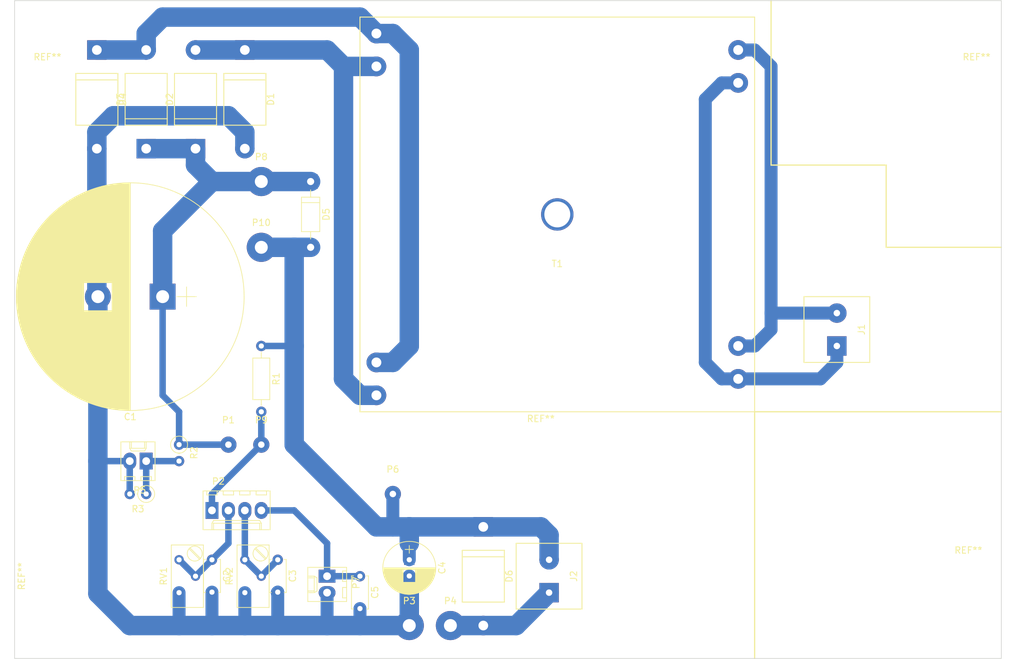
<source format=kicad_pcb>
(kicad_pcb (version 4) (host pcbnew 4.0.6)

  (general
    (links 48)
    (no_connects 1)
    (area 22.765714 25.299999 181.704286 127.105)
    (thickness 1.6)
    (drawings 10)
    (tracks 104)
    (zones 0)
    (modules 34)
    (nets 14)
  )

  (page A4)
  (layers
    (0 F.Cu signal)
    (31 B.Cu signal)
    (32 B.Adhes user)
    (33 F.Adhes user)
    (34 B.Paste user)
    (35 F.Paste user)
    (36 B.SilkS user)
    (37 F.SilkS user)
    (38 B.Mask user)
    (39 F.Mask user)
    (40 Dwgs.User user)
    (41 Cmts.User user)
    (42 Eco1.User user)
    (43 Eco2.User user)
    (44 Edge.Cuts user)
    (45 Margin user)
    (46 B.CrtYd user)
    (47 F.CrtYd user)
    (48 B.Fab user)
    (49 F.Fab user)
  )

  (setup
    (last_trace_width 1)
    (user_trace_width 1)
    (user_trace_width 1.5)
    (user_trace_width 2)
    (user_trace_width 2.5)
    (trace_clearance 0.2)
    (zone_clearance 0.508)
    (zone_45_only no)
    (trace_min 0.2)
    (segment_width 0.2)
    (edge_width 0.1)
    (via_size 0.6)
    (via_drill 0.4)
    (via_min_size 0.4)
    (via_min_drill 0.3)
    (uvia_size 0.3)
    (uvia_drill 0.1)
    (uvias_allowed no)
    (uvia_min_size 0.2)
    (uvia_min_drill 0.1)
    (pcb_text_width 0.3)
    (pcb_text_size 1.5 1.5)
    (mod_edge_width 0.15)
    (mod_text_size 1 1)
    (mod_text_width 0.15)
    (pad_size 1.5 1.5)
    (pad_drill 0.6)
    (pad_to_mask_clearance 0)
    (aux_axis_origin 0 0)
    (grid_origin 25.4 25.4)
    (visible_elements 7FFFFFFF)
    (pcbplotparams
      (layerselection 0x00030_80000001)
      (usegerberextensions false)
      (excludeedgelayer true)
      (linewidth 0.100000)
      (plotframeref false)
      (viasonmask false)
      (mode 1)
      (useauxorigin false)
      (hpglpennumber 1)
      (hpglpenspeed 20)
      (hpglpendiameter 15)
      (hpglpenoverlay 2)
      (psnegative false)
      (psa4output false)
      (plotreference true)
      (plotvalue true)
      (plotinvisibletext false)
      (padsonsilk false)
      (subtractmaskfromsilk false)
      (outputformat 1)
      (mirror false)
      (drillshape 1)
      (scaleselection 1)
      (outputdirectory ""))
  )

  (net 0 "")
  (net 1 /Unreg+)
  (net 2 /Gnd)
  (net 3 "Net-(C2-Pad1)")
  (net 4 "Net-(C3-Pad1)")
  (net 5 /Reg+)
  (net 6 "Net-(C5-Pad1)")
  (net 7 /AC7V_1)
  (net 8 /AC7V_2)
  (net 9 /ACLive)
  (net 10 /ACNeutral)
  (net 11 "Net-(P2-Pad1)")
  (net 12 "Net-(P5-Pad1)")
  (net 13 "Net-(D6-Pad2)")

  (net_class Default "This is the default net class."
    (clearance 0.2)
    (trace_width 0.5)
    (via_dia 0.6)
    (via_drill 0.4)
    (uvia_dia 0.3)
    (uvia_drill 0.1)
    (add_net "Net-(C2-Pad1)")
    (add_net "Net-(C3-Pad1)")
    (add_net "Net-(C5-Pad1)")
    (add_net "Net-(P2-Pad1)")
    (add_net "Net-(P5-Pad1)")
  )

  (net_class Gnd ""
    (clearance 0.5)
    (trace_width 3)
    (via_dia 0.6)
    (via_drill 0.4)
    (uvia_dia 0.3)
    (uvia_drill 0.1)
    (add_net /Gnd)
  )

  (net_class HV ""
    (clearance 0.5)
    (trace_width 2)
    (via_dia 0.6)
    (via_drill 0.4)
    (uvia_dia 0.3)
    (uvia_drill 0.1)
    (add_net /ACLive)
    (add_net /ACNeutral)
  )

  (net_class LVPower ""
    (clearance 0.5)
    (trace_width 3)
    (via_dia 0.6)
    (via_drill 0.4)
    (uvia_dia 0.3)
    (uvia_drill 0.1)
    (add_net /AC7V_1)
    (add_net /AC7V_2)
    (add_net /Reg+)
    (add_net /Unreg+)
    (add_net "Net-(D6-Pad2)")
  )

  (module Capacitors_THT:CP_Radial_D35.0mm_P10.00mm_SnapIn (layer F.Cu) (tedit 5920C256) (tstamp 594DE640)
    (at 48.26 71.12 180)
    (descr "CP, Radial series, Radial, pin pitch=10.00mm, , diameter=35mm, Electrolytic Capacitor, , http://www.vishay.com/docs/28342/058059pll-si.pdf")
    (tags "CP Radial series Radial pin pitch 10.00mm  diameter 35mm Electrolytic Capacitor")
    (path /5938C3B8)
    (fp_text reference C1 (at 5 -18.56 180) (layer F.SilkS)
      (effects (font (size 1 1) (thickness 0.15)))
    )
    (fp_text value "27000uF 25V" (at 5 18.56 180) (layer F.Fab)
      (effects (font (size 1 1) (thickness 0.15)))
    )
    (fp_text user %R (at 5 0 180) (layer F.Fab)
      (effects (font (size 1 1) (thickness 0.15)))
    )
    (fp_line (start -5.2 0) (end -2.2 0) (layer F.Fab) (width 0.1))
    (fp_line (start -3.7 -1.5) (end -3.7 1.5) (layer F.Fab) (width 0.1))
    (fp_line (start 5 -17.55) (end 5 17.55) (layer F.SilkS) (width 0.12))
    (fp_line (start 5.04 -17.55) (end 5.04 17.55) (layer F.SilkS) (width 0.12))
    (fp_line (start 5.08 -17.55) (end 5.08 17.55) (layer F.SilkS) (width 0.12))
    (fp_line (start 5.12 -17.55) (end 5.12 17.55) (layer F.SilkS) (width 0.12))
    (fp_line (start 5.16 -17.55) (end 5.16 17.55) (layer F.SilkS) (width 0.12))
    (fp_line (start 5.2 -17.549) (end 5.2 17.549) (layer F.SilkS) (width 0.12))
    (fp_line (start 5.24 -17.549) (end 5.24 17.549) (layer F.SilkS) (width 0.12))
    (fp_line (start 5.28 -17.548) (end 5.28 17.548) (layer F.SilkS) (width 0.12))
    (fp_line (start 5.32 -17.548) (end 5.32 17.548) (layer F.SilkS) (width 0.12))
    (fp_line (start 5.36 -17.547) (end 5.36 17.547) (layer F.SilkS) (width 0.12))
    (fp_line (start 5.4 -17.546) (end 5.4 17.546) (layer F.SilkS) (width 0.12))
    (fp_line (start 5.44 -17.545) (end 5.44 17.545) (layer F.SilkS) (width 0.12))
    (fp_line (start 5.48 -17.544) (end 5.48 17.544) (layer F.SilkS) (width 0.12))
    (fp_line (start 5.52 -17.543) (end 5.52 17.543) (layer F.SilkS) (width 0.12))
    (fp_line (start 5.56 -17.542) (end 5.56 17.542) (layer F.SilkS) (width 0.12))
    (fp_line (start 5.6 -17.54) (end 5.6 17.54) (layer F.SilkS) (width 0.12))
    (fp_line (start 5.64 -17.539) (end 5.64 17.539) (layer F.SilkS) (width 0.12))
    (fp_line (start 5.68 -17.537) (end 5.68 17.537) (layer F.SilkS) (width 0.12))
    (fp_line (start 5.721 -17.536) (end 5.721 17.536) (layer F.SilkS) (width 0.12))
    (fp_line (start 5.761 -17.534) (end 5.761 17.534) (layer F.SilkS) (width 0.12))
    (fp_line (start 5.801 -17.532) (end 5.801 17.532) (layer F.SilkS) (width 0.12))
    (fp_line (start 5.841 -17.53) (end 5.841 17.53) (layer F.SilkS) (width 0.12))
    (fp_line (start 5.881 -17.528) (end 5.881 17.528) (layer F.SilkS) (width 0.12))
    (fp_line (start 5.921 -17.526) (end 5.921 17.526) (layer F.SilkS) (width 0.12))
    (fp_line (start 5.961 -17.524) (end 5.961 17.524) (layer F.SilkS) (width 0.12))
    (fp_line (start 6.001 -17.522) (end 6.001 17.522) (layer F.SilkS) (width 0.12))
    (fp_line (start 6.041 -17.52) (end 6.041 17.52) (layer F.SilkS) (width 0.12))
    (fp_line (start 6.081 -17.517) (end 6.081 17.517) (layer F.SilkS) (width 0.12))
    (fp_line (start 6.121 -17.515) (end 6.121 17.515) (layer F.SilkS) (width 0.12))
    (fp_line (start 6.161 -17.512) (end 6.161 17.512) (layer F.SilkS) (width 0.12))
    (fp_line (start 6.201 -17.51) (end 6.201 17.51) (layer F.SilkS) (width 0.12))
    (fp_line (start 6.241 -17.507) (end 6.241 17.507) (layer F.SilkS) (width 0.12))
    (fp_line (start 6.281 -17.504) (end 6.281 17.504) (layer F.SilkS) (width 0.12))
    (fp_line (start 6.321 -17.501) (end 6.321 17.501) (layer F.SilkS) (width 0.12))
    (fp_line (start 6.361 -17.498) (end 6.361 17.498) (layer F.SilkS) (width 0.12))
    (fp_line (start 6.401 -17.495) (end 6.401 17.495) (layer F.SilkS) (width 0.12))
    (fp_line (start 6.441 -17.491) (end 6.441 17.491) (layer F.SilkS) (width 0.12))
    (fp_line (start 6.481 -17.488) (end 6.481 17.488) (layer F.SilkS) (width 0.12))
    (fp_line (start 6.521 -17.485) (end 6.521 17.485) (layer F.SilkS) (width 0.12))
    (fp_line (start 6.561 -17.481) (end 6.561 17.481) (layer F.SilkS) (width 0.12))
    (fp_line (start 6.601 -17.478) (end 6.601 17.478) (layer F.SilkS) (width 0.12))
    (fp_line (start 6.641 -17.474) (end 6.641 17.474) (layer F.SilkS) (width 0.12))
    (fp_line (start 6.681 -17.47) (end 6.681 17.47) (layer F.SilkS) (width 0.12))
    (fp_line (start 6.721 -17.466) (end 6.721 17.466) (layer F.SilkS) (width 0.12))
    (fp_line (start 6.761 -17.462) (end 6.761 17.462) (layer F.SilkS) (width 0.12))
    (fp_line (start 6.801 -17.458) (end 6.801 17.458) (layer F.SilkS) (width 0.12))
    (fp_line (start 6.841 -17.454) (end 6.841 17.454) (layer F.SilkS) (width 0.12))
    (fp_line (start 6.881 -17.45) (end 6.881 17.45) (layer F.SilkS) (width 0.12))
    (fp_line (start 6.921 -17.445) (end 6.921 17.445) (layer F.SilkS) (width 0.12))
    (fp_line (start 6.961 -17.441) (end 6.961 17.441) (layer F.SilkS) (width 0.12))
    (fp_line (start 7.001 -17.436) (end 7.001 17.436) (layer F.SilkS) (width 0.12))
    (fp_line (start 7.041 -17.432) (end 7.041 17.432) (layer F.SilkS) (width 0.12))
    (fp_line (start 7.081 -17.427) (end 7.081 17.427) (layer F.SilkS) (width 0.12))
    (fp_line (start 7.121 -17.422) (end 7.121 17.422) (layer F.SilkS) (width 0.12))
    (fp_line (start 7.161 -17.417) (end 7.161 17.417) (layer F.SilkS) (width 0.12))
    (fp_line (start 7.201 -17.412) (end 7.201 17.412) (layer F.SilkS) (width 0.12))
    (fp_line (start 7.241 -17.407) (end 7.241 17.407) (layer F.SilkS) (width 0.12))
    (fp_line (start 7.281 -17.402) (end 7.281 17.402) (layer F.SilkS) (width 0.12))
    (fp_line (start 7.321 -17.397) (end 7.321 17.397) (layer F.SilkS) (width 0.12))
    (fp_line (start 7.361 -17.391) (end 7.361 17.391) (layer F.SilkS) (width 0.12))
    (fp_line (start 7.401 -17.386) (end 7.401 17.386) (layer F.SilkS) (width 0.12))
    (fp_line (start 7.441 -17.38) (end 7.441 17.38) (layer F.SilkS) (width 0.12))
    (fp_line (start 7.481 -17.375) (end 7.481 17.375) (layer F.SilkS) (width 0.12))
    (fp_line (start 7.521 -17.369) (end 7.521 17.369) (layer F.SilkS) (width 0.12))
    (fp_line (start 7.561 -17.363) (end 7.561 17.363) (layer F.SilkS) (width 0.12))
    (fp_line (start 7.601 -17.357) (end 7.601 17.357) (layer F.SilkS) (width 0.12))
    (fp_line (start 7.641 -17.351) (end 7.641 17.351) (layer F.SilkS) (width 0.12))
    (fp_line (start 7.681 -17.345) (end 7.681 17.345) (layer F.SilkS) (width 0.12))
    (fp_line (start 7.721 -17.339) (end 7.721 17.339) (layer F.SilkS) (width 0.12))
    (fp_line (start 7.761 -17.333) (end 7.761 17.333) (layer F.SilkS) (width 0.12))
    (fp_line (start 7.801 -17.326) (end 7.801 17.326) (layer F.SilkS) (width 0.12))
    (fp_line (start 7.841 -17.32) (end 7.841 -2.18) (layer F.SilkS) (width 0.12))
    (fp_line (start 7.841 2.18) (end 7.841 17.32) (layer F.SilkS) (width 0.12))
    (fp_line (start 7.881 -17.313) (end 7.881 -2.18) (layer F.SilkS) (width 0.12))
    (fp_line (start 7.881 2.18) (end 7.881 17.313) (layer F.SilkS) (width 0.12))
    (fp_line (start 7.921 -17.306) (end 7.921 -2.18) (layer F.SilkS) (width 0.12))
    (fp_line (start 7.921 2.18) (end 7.921 17.306) (layer F.SilkS) (width 0.12))
    (fp_line (start 7.961 -17.3) (end 7.961 -2.18) (layer F.SilkS) (width 0.12))
    (fp_line (start 7.961 2.18) (end 7.961 17.3) (layer F.SilkS) (width 0.12))
    (fp_line (start 8.001 -17.293) (end 8.001 -2.18) (layer F.SilkS) (width 0.12))
    (fp_line (start 8.001 2.18) (end 8.001 17.293) (layer F.SilkS) (width 0.12))
    (fp_line (start 8.041 -17.286) (end 8.041 -2.18) (layer F.SilkS) (width 0.12))
    (fp_line (start 8.041 2.18) (end 8.041 17.286) (layer F.SilkS) (width 0.12))
    (fp_line (start 8.081 -17.279) (end 8.081 -2.18) (layer F.SilkS) (width 0.12))
    (fp_line (start 8.081 2.18) (end 8.081 17.279) (layer F.SilkS) (width 0.12))
    (fp_line (start 8.121 -17.272) (end 8.121 -2.18) (layer F.SilkS) (width 0.12))
    (fp_line (start 8.121 2.18) (end 8.121 17.272) (layer F.SilkS) (width 0.12))
    (fp_line (start 8.161 -17.264) (end 8.161 -2.18) (layer F.SilkS) (width 0.12))
    (fp_line (start 8.161 2.18) (end 8.161 17.264) (layer F.SilkS) (width 0.12))
    (fp_line (start 8.201 -17.257) (end 8.201 -2.18) (layer F.SilkS) (width 0.12))
    (fp_line (start 8.201 2.18) (end 8.201 17.257) (layer F.SilkS) (width 0.12))
    (fp_line (start 8.241 -17.25) (end 8.241 -2.18) (layer F.SilkS) (width 0.12))
    (fp_line (start 8.241 2.18) (end 8.241 17.25) (layer F.SilkS) (width 0.12))
    (fp_line (start 8.281 -17.242) (end 8.281 -2.18) (layer F.SilkS) (width 0.12))
    (fp_line (start 8.281 2.18) (end 8.281 17.242) (layer F.SilkS) (width 0.12))
    (fp_line (start 8.321 -17.234) (end 8.321 -2.18) (layer F.SilkS) (width 0.12))
    (fp_line (start 8.321 2.18) (end 8.321 17.234) (layer F.SilkS) (width 0.12))
    (fp_line (start 8.361 -17.227) (end 8.361 -2.18) (layer F.SilkS) (width 0.12))
    (fp_line (start 8.361 2.18) (end 8.361 17.227) (layer F.SilkS) (width 0.12))
    (fp_line (start 8.401 -17.219) (end 8.401 -2.18) (layer F.SilkS) (width 0.12))
    (fp_line (start 8.401 2.18) (end 8.401 17.219) (layer F.SilkS) (width 0.12))
    (fp_line (start 8.441 -17.211) (end 8.441 -2.18) (layer F.SilkS) (width 0.12))
    (fp_line (start 8.441 2.18) (end 8.441 17.211) (layer F.SilkS) (width 0.12))
    (fp_line (start 8.481 -17.203) (end 8.481 -2.18) (layer F.SilkS) (width 0.12))
    (fp_line (start 8.481 2.18) (end 8.481 17.203) (layer F.SilkS) (width 0.12))
    (fp_line (start 8.521 -17.195) (end 8.521 -2.18) (layer F.SilkS) (width 0.12))
    (fp_line (start 8.521 2.18) (end 8.521 17.195) (layer F.SilkS) (width 0.12))
    (fp_line (start 8.561 -17.186) (end 8.561 -2.18) (layer F.SilkS) (width 0.12))
    (fp_line (start 8.561 2.18) (end 8.561 17.186) (layer F.SilkS) (width 0.12))
    (fp_line (start 8.601 -17.178) (end 8.601 -2.18) (layer F.SilkS) (width 0.12))
    (fp_line (start 8.601 2.18) (end 8.601 17.178) (layer F.SilkS) (width 0.12))
    (fp_line (start 8.641 -17.17) (end 8.641 -2.18) (layer F.SilkS) (width 0.12))
    (fp_line (start 8.641 2.18) (end 8.641 17.17) (layer F.SilkS) (width 0.12))
    (fp_line (start 8.681 -17.161) (end 8.681 -2.18) (layer F.SilkS) (width 0.12))
    (fp_line (start 8.681 2.18) (end 8.681 17.161) (layer F.SilkS) (width 0.12))
    (fp_line (start 8.721 -17.153) (end 8.721 -2.18) (layer F.SilkS) (width 0.12))
    (fp_line (start 8.721 2.18) (end 8.721 17.153) (layer F.SilkS) (width 0.12))
    (fp_line (start 8.761 -17.144) (end 8.761 -2.18) (layer F.SilkS) (width 0.12))
    (fp_line (start 8.761 2.18) (end 8.761 17.144) (layer F.SilkS) (width 0.12))
    (fp_line (start 8.801 -17.135) (end 8.801 -2.18) (layer F.SilkS) (width 0.12))
    (fp_line (start 8.801 2.18) (end 8.801 17.135) (layer F.SilkS) (width 0.12))
    (fp_line (start 8.841 -17.126) (end 8.841 -2.18) (layer F.SilkS) (width 0.12))
    (fp_line (start 8.841 2.18) (end 8.841 17.126) (layer F.SilkS) (width 0.12))
    (fp_line (start 8.881 -17.117) (end 8.881 -2.18) (layer F.SilkS) (width 0.12))
    (fp_line (start 8.881 2.18) (end 8.881 17.117) (layer F.SilkS) (width 0.12))
    (fp_line (start 8.921 -17.108) (end 8.921 -2.18) (layer F.SilkS) (width 0.12))
    (fp_line (start 8.921 2.18) (end 8.921 17.108) (layer F.SilkS) (width 0.12))
    (fp_line (start 8.961 -17.099) (end 8.961 -2.18) (layer F.SilkS) (width 0.12))
    (fp_line (start 8.961 2.18) (end 8.961 17.099) (layer F.SilkS) (width 0.12))
    (fp_line (start 9.001 -17.09) (end 9.001 -2.18) (layer F.SilkS) (width 0.12))
    (fp_line (start 9.001 2.18) (end 9.001 17.09) (layer F.SilkS) (width 0.12))
    (fp_line (start 9.041 -17.08) (end 9.041 -2.18) (layer F.SilkS) (width 0.12))
    (fp_line (start 9.041 2.18) (end 9.041 17.08) (layer F.SilkS) (width 0.12))
    (fp_line (start 9.081 -17.071) (end 9.081 -2.18) (layer F.SilkS) (width 0.12))
    (fp_line (start 9.081 2.18) (end 9.081 17.071) (layer F.SilkS) (width 0.12))
    (fp_line (start 9.121 -17.061) (end 9.121 -2.18) (layer F.SilkS) (width 0.12))
    (fp_line (start 9.121 2.18) (end 9.121 17.061) (layer F.SilkS) (width 0.12))
    (fp_line (start 9.161 -17.052) (end 9.161 -2.18) (layer F.SilkS) (width 0.12))
    (fp_line (start 9.161 2.18) (end 9.161 17.052) (layer F.SilkS) (width 0.12))
    (fp_line (start 9.201 -17.042) (end 9.201 -2.18) (layer F.SilkS) (width 0.12))
    (fp_line (start 9.201 2.18) (end 9.201 17.042) (layer F.SilkS) (width 0.12))
    (fp_line (start 9.241 -17.032) (end 9.241 -2.18) (layer F.SilkS) (width 0.12))
    (fp_line (start 9.241 2.18) (end 9.241 17.032) (layer F.SilkS) (width 0.12))
    (fp_line (start 9.281 -17.022) (end 9.281 -2.18) (layer F.SilkS) (width 0.12))
    (fp_line (start 9.281 2.18) (end 9.281 17.022) (layer F.SilkS) (width 0.12))
    (fp_line (start 9.321 -17.012) (end 9.321 -2.18) (layer F.SilkS) (width 0.12))
    (fp_line (start 9.321 2.18) (end 9.321 17.012) (layer F.SilkS) (width 0.12))
    (fp_line (start 9.361 -17.002) (end 9.361 -2.18) (layer F.SilkS) (width 0.12))
    (fp_line (start 9.361 2.18) (end 9.361 17.002) (layer F.SilkS) (width 0.12))
    (fp_line (start 9.401 -16.991) (end 9.401 -2.18) (layer F.SilkS) (width 0.12))
    (fp_line (start 9.401 2.18) (end 9.401 16.991) (layer F.SilkS) (width 0.12))
    (fp_line (start 9.441 -16.981) (end 9.441 -2.18) (layer F.SilkS) (width 0.12))
    (fp_line (start 9.441 2.18) (end 9.441 16.981) (layer F.SilkS) (width 0.12))
    (fp_line (start 9.481 -16.97) (end 9.481 -2.18) (layer F.SilkS) (width 0.12))
    (fp_line (start 9.481 2.18) (end 9.481 16.97) (layer F.SilkS) (width 0.12))
    (fp_line (start 9.521 -16.96) (end 9.521 -2.18) (layer F.SilkS) (width 0.12))
    (fp_line (start 9.521 2.18) (end 9.521 16.96) (layer F.SilkS) (width 0.12))
    (fp_line (start 9.561 -16.949) (end 9.561 -2.18) (layer F.SilkS) (width 0.12))
    (fp_line (start 9.561 2.18) (end 9.561 16.949) (layer F.SilkS) (width 0.12))
    (fp_line (start 9.601 -16.938) (end 9.601 -2.18) (layer F.SilkS) (width 0.12))
    (fp_line (start 9.601 2.18) (end 9.601 16.938) (layer F.SilkS) (width 0.12))
    (fp_line (start 9.641 -16.927) (end 9.641 -2.18) (layer F.SilkS) (width 0.12))
    (fp_line (start 9.641 2.18) (end 9.641 16.927) (layer F.SilkS) (width 0.12))
    (fp_line (start 9.681 -16.916) (end 9.681 -2.18) (layer F.SilkS) (width 0.12))
    (fp_line (start 9.681 2.18) (end 9.681 16.916) (layer F.SilkS) (width 0.12))
    (fp_line (start 9.721 -16.905) (end 9.721 -2.18) (layer F.SilkS) (width 0.12))
    (fp_line (start 9.721 2.18) (end 9.721 16.905) (layer F.SilkS) (width 0.12))
    (fp_line (start 9.761 -16.894) (end 9.761 -2.18) (layer F.SilkS) (width 0.12))
    (fp_line (start 9.761 2.18) (end 9.761 16.894) (layer F.SilkS) (width 0.12))
    (fp_line (start 9.801 -16.883) (end 9.801 -2.18) (layer F.SilkS) (width 0.12))
    (fp_line (start 9.801 2.18) (end 9.801 16.883) (layer F.SilkS) (width 0.12))
    (fp_line (start 9.841 -16.872) (end 9.841 -2.18) (layer F.SilkS) (width 0.12))
    (fp_line (start 9.841 2.18) (end 9.841 16.872) (layer F.SilkS) (width 0.12))
    (fp_line (start 9.881 -16.86) (end 9.881 -2.18) (layer F.SilkS) (width 0.12))
    (fp_line (start 9.881 2.18) (end 9.881 16.86) (layer F.SilkS) (width 0.12))
    (fp_line (start 9.921 -16.848) (end 9.921 -2.18) (layer F.SilkS) (width 0.12))
    (fp_line (start 9.921 2.18) (end 9.921 16.848) (layer F.SilkS) (width 0.12))
    (fp_line (start 9.961 -16.837) (end 9.961 -2.18) (layer F.SilkS) (width 0.12))
    (fp_line (start 9.961 2.18) (end 9.961 16.837) (layer F.SilkS) (width 0.12))
    (fp_line (start 10.001 -16.825) (end 10.001 -2.18) (layer F.SilkS) (width 0.12))
    (fp_line (start 10.001 2.18) (end 10.001 16.825) (layer F.SilkS) (width 0.12))
    (fp_line (start 10.041 -16.813) (end 10.041 -2.18) (layer F.SilkS) (width 0.12))
    (fp_line (start 10.041 2.18) (end 10.041 16.813) (layer F.SilkS) (width 0.12))
    (fp_line (start 10.081 -16.801) (end 10.081 -2.18) (layer F.SilkS) (width 0.12))
    (fp_line (start 10.081 2.18) (end 10.081 16.801) (layer F.SilkS) (width 0.12))
    (fp_line (start 10.121 -16.789) (end 10.121 -2.18) (layer F.SilkS) (width 0.12))
    (fp_line (start 10.121 2.18) (end 10.121 16.789) (layer F.SilkS) (width 0.12))
    (fp_line (start 10.161 -16.777) (end 10.161 -2.18) (layer F.SilkS) (width 0.12))
    (fp_line (start 10.161 2.18) (end 10.161 16.777) (layer F.SilkS) (width 0.12))
    (fp_line (start 10.201 -16.764) (end 10.201 -2.18) (layer F.SilkS) (width 0.12))
    (fp_line (start 10.201 2.18) (end 10.201 16.764) (layer F.SilkS) (width 0.12))
    (fp_line (start 10.241 -16.752) (end 10.241 -2.18) (layer F.SilkS) (width 0.12))
    (fp_line (start 10.241 2.18) (end 10.241 16.752) (layer F.SilkS) (width 0.12))
    (fp_line (start 10.281 -16.739) (end 10.281 -2.18) (layer F.SilkS) (width 0.12))
    (fp_line (start 10.281 2.18) (end 10.281 16.739) (layer F.SilkS) (width 0.12))
    (fp_line (start 10.321 -16.727) (end 10.321 -2.18) (layer F.SilkS) (width 0.12))
    (fp_line (start 10.321 2.18) (end 10.321 16.727) (layer F.SilkS) (width 0.12))
    (fp_line (start 10.361 -16.714) (end 10.361 -2.18) (layer F.SilkS) (width 0.12))
    (fp_line (start 10.361 2.18) (end 10.361 16.714) (layer F.SilkS) (width 0.12))
    (fp_line (start 10.401 -16.701) (end 10.401 -2.18) (layer F.SilkS) (width 0.12))
    (fp_line (start 10.401 2.18) (end 10.401 16.701) (layer F.SilkS) (width 0.12))
    (fp_line (start 10.441 -16.688) (end 10.441 -2.18) (layer F.SilkS) (width 0.12))
    (fp_line (start 10.441 2.18) (end 10.441 16.688) (layer F.SilkS) (width 0.12))
    (fp_line (start 10.481 -16.675) (end 10.481 -2.18) (layer F.SilkS) (width 0.12))
    (fp_line (start 10.481 2.18) (end 10.481 16.675) (layer F.SilkS) (width 0.12))
    (fp_line (start 10.521 -16.662) (end 10.521 -2.18) (layer F.SilkS) (width 0.12))
    (fp_line (start 10.521 2.18) (end 10.521 16.662) (layer F.SilkS) (width 0.12))
    (fp_line (start 10.561 -16.649) (end 10.561 -2.18) (layer F.SilkS) (width 0.12))
    (fp_line (start 10.561 2.18) (end 10.561 16.649) (layer F.SilkS) (width 0.12))
    (fp_line (start 10.601 -16.635) (end 10.601 -2.18) (layer F.SilkS) (width 0.12))
    (fp_line (start 10.601 2.18) (end 10.601 16.635) (layer F.SilkS) (width 0.12))
    (fp_line (start 10.641 -16.622) (end 10.641 -2.18) (layer F.SilkS) (width 0.12))
    (fp_line (start 10.641 2.18) (end 10.641 16.622) (layer F.SilkS) (width 0.12))
    (fp_line (start 10.681 -16.608) (end 10.681 -2.18) (layer F.SilkS) (width 0.12))
    (fp_line (start 10.681 2.18) (end 10.681 16.608) (layer F.SilkS) (width 0.12))
    (fp_line (start 10.721 -16.594) (end 10.721 -2.18) (layer F.SilkS) (width 0.12))
    (fp_line (start 10.721 2.18) (end 10.721 16.594) (layer F.SilkS) (width 0.12))
    (fp_line (start 10.761 -16.581) (end 10.761 -2.18) (layer F.SilkS) (width 0.12))
    (fp_line (start 10.761 2.18) (end 10.761 16.581) (layer F.SilkS) (width 0.12))
    (fp_line (start 10.801 -16.567) (end 10.801 -2.18) (layer F.SilkS) (width 0.12))
    (fp_line (start 10.801 2.18) (end 10.801 16.567) (layer F.SilkS) (width 0.12))
    (fp_line (start 10.841 -16.553) (end 10.841 -2.18) (layer F.SilkS) (width 0.12))
    (fp_line (start 10.841 2.18) (end 10.841 16.553) (layer F.SilkS) (width 0.12))
    (fp_line (start 10.881 -16.539) (end 10.881 -2.18) (layer F.SilkS) (width 0.12))
    (fp_line (start 10.881 2.18) (end 10.881 16.539) (layer F.SilkS) (width 0.12))
    (fp_line (start 10.921 -16.524) (end 10.921 -2.18) (layer F.SilkS) (width 0.12))
    (fp_line (start 10.921 2.18) (end 10.921 16.524) (layer F.SilkS) (width 0.12))
    (fp_line (start 10.961 -16.51) (end 10.961 -2.18) (layer F.SilkS) (width 0.12))
    (fp_line (start 10.961 2.18) (end 10.961 16.51) (layer F.SilkS) (width 0.12))
    (fp_line (start 11.001 -16.496) (end 11.001 -2.18) (layer F.SilkS) (width 0.12))
    (fp_line (start 11.001 2.18) (end 11.001 16.496) (layer F.SilkS) (width 0.12))
    (fp_line (start 11.041 -16.481) (end 11.041 -2.18) (layer F.SilkS) (width 0.12))
    (fp_line (start 11.041 2.18) (end 11.041 16.481) (layer F.SilkS) (width 0.12))
    (fp_line (start 11.081 -16.466) (end 11.081 -2.18) (layer F.SilkS) (width 0.12))
    (fp_line (start 11.081 2.18) (end 11.081 16.466) (layer F.SilkS) (width 0.12))
    (fp_line (start 11.121 -16.452) (end 11.121 -2.18) (layer F.SilkS) (width 0.12))
    (fp_line (start 11.121 2.18) (end 11.121 16.452) (layer F.SilkS) (width 0.12))
    (fp_line (start 11.161 -16.437) (end 11.161 -2.18) (layer F.SilkS) (width 0.12))
    (fp_line (start 11.161 2.18) (end 11.161 16.437) (layer F.SilkS) (width 0.12))
    (fp_line (start 11.201 -16.422) (end 11.201 -2.18) (layer F.SilkS) (width 0.12))
    (fp_line (start 11.201 2.18) (end 11.201 16.422) (layer F.SilkS) (width 0.12))
    (fp_line (start 11.241 -16.406) (end 11.241 -2.18) (layer F.SilkS) (width 0.12))
    (fp_line (start 11.241 2.18) (end 11.241 16.406) (layer F.SilkS) (width 0.12))
    (fp_line (start 11.281 -16.391) (end 11.281 -2.18) (layer F.SilkS) (width 0.12))
    (fp_line (start 11.281 2.18) (end 11.281 16.391) (layer F.SilkS) (width 0.12))
    (fp_line (start 11.321 -16.376) (end 11.321 -2.18) (layer F.SilkS) (width 0.12))
    (fp_line (start 11.321 2.18) (end 11.321 16.376) (layer F.SilkS) (width 0.12))
    (fp_line (start 11.361 -16.36) (end 11.361 -2.18) (layer F.SilkS) (width 0.12))
    (fp_line (start 11.361 2.18) (end 11.361 16.36) (layer F.SilkS) (width 0.12))
    (fp_line (start 11.401 -16.345) (end 11.401 -2.18) (layer F.SilkS) (width 0.12))
    (fp_line (start 11.401 2.18) (end 11.401 16.345) (layer F.SilkS) (width 0.12))
    (fp_line (start 11.441 -16.329) (end 11.441 -2.18) (layer F.SilkS) (width 0.12))
    (fp_line (start 11.441 2.18) (end 11.441 16.329) (layer F.SilkS) (width 0.12))
    (fp_line (start 11.481 -16.313) (end 11.481 -2.18) (layer F.SilkS) (width 0.12))
    (fp_line (start 11.481 2.18) (end 11.481 16.313) (layer F.SilkS) (width 0.12))
    (fp_line (start 11.521 -16.298) (end 11.521 -2.18) (layer F.SilkS) (width 0.12))
    (fp_line (start 11.521 2.18) (end 11.521 16.298) (layer F.SilkS) (width 0.12))
    (fp_line (start 11.561 -16.281) (end 11.561 -2.18) (layer F.SilkS) (width 0.12))
    (fp_line (start 11.561 2.18) (end 11.561 16.281) (layer F.SilkS) (width 0.12))
    (fp_line (start 11.601 -16.265) (end 11.601 -2.18) (layer F.SilkS) (width 0.12))
    (fp_line (start 11.601 2.18) (end 11.601 16.265) (layer F.SilkS) (width 0.12))
    (fp_line (start 11.641 -16.249) (end 11.641 -2.18) (layer F.SilkS) (width 0.12))
    (fp_line (start 11.641 2.18) (end 11.641 16.249) (layer F.SilkS) (width 0.12))
    (fp_line (start 11.681 -16.233) (end 11.681 -2.18) (layer F.SilkS) (width 0.12))
    (fp_line (start 11.681 2.18) (end 11.681 16.233) (layer F.SilkS) (width 0.12))
    (fp_line (start 11.721 -16.216) (end 11.721 -2.18) (layer F.SilkS) (width 0.12))
    (fp_line (start 11.721 2.18) (end 11.721 16.216) (layer F.SilkS) (width 0.12))
    (fp_line (start 11.761 -16.2) (end 11.761 -2.18) (layer F.SilkS) (width 0.12))
    (fp_line (start 11.761 2.18) (end 11.761 16.2) (layer F.SilkS) (width 0.12))
    (fp_line (start 11.801 -16.183) (end 11.801 -2.18) (layer F.SilkS) (width 0.12))
    (fp_line (start 11.801 2.18) (end 11.801 16.183) (layer F.SilkS) (width 0.12))
    (fp_line (start 11.841 -16.166) (end 11.841 -2.18) (layer F.SilkS) (width 0.12))
    (fp_line (start 11.841 2.18) (end 11.841 16.166) (layer F.SilkS) (width 0.12))
    (fp_line (start 11.881 -16.149) (end 11.881 -2.18) (layer F.SilkS) (width 0.12))
    (fp_line (start 11.881 2.18) (end 11.881 16.149) (layer F.SilkS) (width 0.12))
    (fp_line (start 11.921 -16.132) (end 11.921 -2.18) (layer F.SilkS) (width 0.12))
    (fp_line (start 11.921 2.18) (end 11.921 16.132) (layer F.SilkS) (width 0.12))
    (fp_line (start 11.961 -16.115) (end 11.961 -2.18) (layer F.SilkS) (width 0.12))
    (fp_line (start 11.961 2.18) (end 11.961 16.115) (layer F.SilkS) (width 0.12))
    (fp_line (start 12.001 -16.098) (end 12.001 -2.18) (layer F.SilkS) (width 0.12))
    (fp_line (start 12.001 2.18) (end 12.001 16.098) (layer F.SilkS) (width 0.12))
    (fp_line (start 12.041 -16.08) (end 12.041 -2.18) (layer F.SilkS) (width 0.12))
    (fp_line (start 12.041 2.18) (end 12.041 16.08) (layer F.SilkS) (width 0.12))
    (fp_line (start 12.081 -16.063) (end 12.081 -2.18) (layer F.SilkS) (width 0.12))
    (fp_line (start 12.081 2.18) (end 12.081 16.063) (layer F.SilkS) (width 0.12))
    (fp_line (start 12.121 -16.045) (end 12.121 -2.18) (layer F.SilkS) (width 0.12))
    (fp_line (start 12.121 2.18) (end 12.121 16.045) (layer F.SilkS) (width 0.12))
    (fp_line (start 12.161 -16.027) (end 12.161 -2.18) (layer F.SilkS) (width 0.12))
    (fp_line (start 12.161 2.18) (end 12.161 16.027) (layer F.SilkS) (width 0.12))
    (fp_line (start 12.201 -16.009) (end 12.201 16.009) (layer F.SilkS) (width 0.12))
    (fp_line (start 12.241 -15.991) (end 12.241 15.991) (layer F.SilkS) (width 0.12))
    (fp_line (start 12.281 -15.973) (end 12.281 15.973) (layer F.SilkS) (width 0.12))
    (fp_line (start 12.321 -15.955) (end 12.321 15.955) (layer F.SilkS) (width 0.12))
    (fp_line (start 12.361 -15.937) (end 12.361 15.937) (layer F.SilkS) (width 0.12))
    (fp_line (start 12.401 -15.918) (end 12.401 15.918) (layer F.SilkS) (width 0.12))
    (fp_line (start 12.441 -15.9) (end 12.441 15.9) (layer F.SilkS) (width 0.12))
    (fp_line (start 12.481 -15.881) (end 12.481 15.881) (layer F.SilkS) (width 0.12))
    (fp_line (start 12.521 -15.862) (end 12.521 15.862) (layer F.SilkS) (width 0.12))
    (fp_line (start 12.561 -15.843) (end 12.561 15.843) (layer F.SilkS) (width 0.12))
    (fp_line (start 12.601 -15.824) (end 12.601 15.824) (layer F.SilkS) (width 0.12))
    (fp_line (start 12.641 -15.805) (end 12.641 15.805) (layer F.SilkS) (width 0.12))
    (fp_line (start 12.681 -15.785) (end 12.681 15.785) (layer F.SilkS) (width 0.12))
    (fp_line (start 12.721 -15.766) (end 12.721 15.766) (layer F.SilkS) (width 0.12))
    (fp_line (start 12.761 -15.746) (end 12.761 15.746) (layer F.SilkS) (width 0.12))
    (fp_line (start 12.801 -15.727) (end 12.801 15.727) (layer F.SilkS) (width 0.12))
    (fp_line (start 12.841 -15.707) (end 12.841 15.707) (layer F.SilkS) (width 0.12))
    (fp_line (start 12.881 -15.687) (end 12.881 15.687) (layer F.SilkS) (width 0.12))
    (fp_line (start 12.921 -15.667) (end 12.921 15.667) (layer F.SilkS) (width 0.12))
    (fp_line (start 12.961 -15.646) (end 12.961 15.646) (layer F.SilkS) (width 0.12))
    (fp_line (start 13.001 -15.626) (end 13.001 15.626) (layer F.SilkS) (width 0.12))
    (fp_line (start 13.041 -15.606) (end 13.041 15.606) (layer F.SilkS) (width 0.12))
    (fp_line (start 13.081 -15.585) (end 13.081 15.585) (layer F.SilkS) (width 0.12))
    (fp_line (start 13.121 -15.564) (end 13.121 15.564) (layer F.SilkS) (width 0.12))
    (fp_line (start 13.161 -15.543) (end 13.161 15.543) (layer F.SilkS) (width 0.12))
    (fp_line (start 13.2 -15.522) (end 13.2 15.522) (layer F.SilkS) (width 0.12))
    (fp_line (start 13.24 -15.501) (end 13.24 15.501) (layer F.SilkS) (width 0.12))
    (fp_line (start 13.28 -15.48) (end 13.28 15.48) (layer F.SilkS) (width 0.12))
    (fp_line (start 13.32 -15.458) (end 13.32 15.458) (layer F.SilkS) (width 0.12))
    (fp_line (start 13.36 -15.437) (end 13.36 15.437) (layer F.SilkS) (width 0.12))
    (fp_line (start 13.4 -15.415) (end 13.4 15.415) (layer F.SilkS) (width 0.12))
    (fp_line (start 13.44 -15.393) (end 13.44 15.393) (layer F.SilkS) (width 0.12))
    (fp_line (start 13.48 -15.371) (end 13.48 15.371) (layer F.SilkS) (width 0.12))
    (fp_line (start 13.52 -15.349) (end 13.52 15.349) (layer F.SilkS) (width 0.12))
    (fp_line (start 13.56 -15.327) (end 13.56 15.327) (layer F.SilkS) (width 0.12))
    (fp_line (start 13.6 -15.305) (end 13.6 15.305) (layer F.SilkS) (width 0.12))
    (fp_line (start 13.64 -15.282) (end 13.64 15.282) (layer F.SilkS) (width 0.12))
    (fp_line (start 13.68 -15.26) (end 13.68 15.26) (layer F.SilkS) (width 0.12))
    (fp_line (start 13.72 -15.237) (end 13.72 15.237) (layer F.SilkS) (width 0.12))
    (fp_line (start 13.76 -15.214) (end 13.76 15.214) (layer F.SilkS) (width 0.12))
    (fp_line (start 13.8 -15.191) (end 13.8 15.191) (layer F.SilkS) (width 0.12))
    (fp_line (start 13.84 -15.168) (end 13.84 15.168) (layer F.SilkS) (width 0.12))
    (fp_line (start 13.88 -15.144) (end 13.88 15.144) (layer F.SilkS) (width 0.12))
    (fp_line (start 13.92 -15.121) (end 13.92 15.121) (layer F.SilkS) (width 0.12))
    (fp_line (start 13.96 -15.097) (end 13.96 15.097) (layer F.SilkS) (width 0.12))
    (fp_line (start 14 -15.074) (end 14 15.074) (layer F.SilkS) (width 0.12))
    (fp_line (start 14.04 -15.05) (end 14.04 15.05) (layer F.SilkS) (width 0.12))
    (fp_line (start 14.08 -15.026) (end 14.08 15.026) (layer F.SilkS) (width 0.12))
    (fp_line (start 14.12 -15.002) (end 14.12 15.002) (layer F.SilkS) (width 0.12))
    (fp_line (start 14.16 -14.977) (end 14.16 14.977) (layer F.SilkS) (width 0.12))
    (fp_line (start 14.2 -14.953) (end 14.2 14.953) (layer F.SilkS) (width 0.12))
    (fp_line (start 14.24 -14.928) (end 14.24 14.928) (layer F.SilkS) (width 0.12))
    (fp_line (start 14.28 -14.903) (end 14.28 14.903) (layer F.SilkS) (width 0.12))
    (fp_line (start 14.32 -14.878) (end 14.32 14.878) (layer F.SilkS) (width 0.12))
    (fp_line (start 14.36 -14.853) (end 14.36 14.853) (layer F.SilkS) (width 0.12))
    (fp_line (start 14.4 -14.828) (end 14.4 14.828) (layer F.SilkS) (width 0.12))
    (fp_line (start 14.44 -14.803) (end 14.44 14.803) (layer F.SilkS) (width 0.12))
    (fp_line (start 14.48 -14.777) (end 14.48 14.777) (layer F.SilkS) (width 0.12))
    (fp_line (start 14.52 -14.752) (end 14.52 14.752) (layer F.SilkS) (width 0.12))
    (fp_line (start 14.56 -14.726) (end 14.56 14.726) (layer F.SilkS) (width 0.12))
    (fp_line (start 14.6 -14.7) (end 14.6 14.7) (layer F.SilkS) (width 0.12))
    (fp_line (start 14.64 -14.674) (end 14.64 14.674) (layer F.SilkS) (width 0.12))
    (fp_line (start 14.68 -14.647) (end 14.68 14.647) (layer F.SilkS) (width 0.12))
    (fp_line (start 14.72 -14.621) (end 14.72 14.621) (layer F.SilkS) (width 0.12))
    (fp_line (start 14.76 -14.594) (end 14.76 14.594) (layer F.SilkS) (width 0.12))
    (fp_line (start 14.8 -14.568) (end 14.8 14.568) (layer F.SilkS) (width 0.12))
    (fp_line (start 14.84 -14.541) (end 14.84 14.541) (layer F.SilkS) (width 0.12))
    (fp_line (start 14.88 -14.514) (end 14.88 14.514) (layer F.SilkS) (width 0.12))
    (fp_line (start 14.92 -14.486) (end 14.92 14.486) (layer F.SilkS) (width 0.12))
    (fp_line (start 14.96 -14.459) (end 14.96 14.459) (layer F.SilkS) (width 0.12))
    (fp_line (start 15 -14.431) (end 15 14.431) (layer F.SilkS) (width 0.12))
    (fp_line (start 15.04 -14.404) (end 15.04 14.404) (layer F.SilkS) (width 0.12))
    (fp_line (start 15.08 -14.376) (end 15.08 14.376) (layer F.SilkS) (width 0.12))
    (fp_line (start 15.12 -14.348) (end 15.12 14.348) (layer F.SilkS) (width 0.12))
    (fp_line (start 15.16 -14.32) (end 15.16 14.32) (layer F.SilkS) (width 0.12))
    (fp_line (start 15.2 -14.291) (end 15.2 14.291) (layer F.SilkS) (width 0.12))
    (fp_line (start 15.24 -14.263) (end 15.24 14.263) (layer F.SilkS) (width 0.12))
    (fp_line (start 15.28 -14.234) (end 15.28 14.234) (layer F.SilkS) (width 0.12))
    (fp_line (start 15.32 -14.205) (end 15.32 14.205) (layer F.SilkS) (width 0.12))
    (fp_line (start 15.36 -14.176) (end 15.36 14.176) (layer F.SilkS) (width 0.12))
    (fp_line (start 15.4 -14.147) (end 15.4 14.147) (layer F.SilkS) (width 0.12))
    (fp_line (start 15.44 -14.117) (end 15.44 14.117) (layer F.SilkS) (width 0.12))
    (fp_line (start 15.48 -14.088) (end 15.48 14.088) (layer F.SilkS) (width 0.12))
    (fp_line (start 15.52 -14.058) (end 15.52 14.058) (layer F.SilkS) (width 0.12))
    (fp_line (start 15.56 -14.028) (end 15.56 14.028) (layer F.SilkS) (width 0.12))
    (fp_line (start 15.6 -13.998) (end 15.6 13.998) (layer F.SilkS) (width 0.12))
    (fp_line (start 15.64 -13.968) (end 15.64 13.968) (layer F.SilkS) (width 0.12))
    (fp_line (start 15.68 -13.937) (end 15.68 13.937) (layer F.SilkS) (width 0.12))
    (fp_line (start 15.72 -13.906) (end 15.72 13.906) (layer F.SilkS) (width 0.12))
    (fp_line (start 15.76 -13.876) (end 15.76 13.876) (layer F.SilkS) (width 0.12))
    (fp_line (start 15.8 -13.845) (end 15.8 13.845) (layer F.SilkS) (width 0.12))
    (fp_line (start 15.84 -13.813) (end 15.84 13.813) (layer F.SilkS) (width 0.12))
    (fp_line (start 15.88 -13.782) (end 15.88 13.782) (layer F.SilkS) (width 0.12))
    (fp_line (start 15.92 -13.75) (end 15.92 13.75) (layer F.SilkS) (width 0.12))
    (fp_line (start 15.96 -13.719) (end 15.96 13.719) (layer F.SilkS) (width 0.12))
    (fp_line (start 16 -13.687) (end 16 13.687) (layer F.SilkS) (width 0.12))
    (fp_line (start 16.04 -13.655) (end 16.04 13.655) (layer F.SilkS) (width 0.12))
    (fp_line (start 16.08 -13.622) (end 16.08 13.622) (layer F.SilkS) (width 0.12))
    (fp_line (start 16.12 -13.59) (end 16.12 13.59) (layer F.SilkS) (width 0.12))
    (fp_line (start 16.16 -13.557) (end 16.16 13.557) (layer F.SilkS) (width 0.12))
    (fp_line (start 16.2 -13.524) (end 16.2 13.524) (layer F.SilkS) (width 0.12))
    (fp_line (start 16.24 -13.491) (end 16.24 13.491) (layer F.SilkS) (width 0.12))
    (fp_line (start 16.28 -13.458) (end 16.28 13.458) (layer F.SilkS) (width 0.12))
    (fp_line (start 16.32 -13.424) (end 16.32 13.424) (layer F.SilkS) (width 0.12))
    (fp_line (start 16.36 -13.39) (end 16.36 13.39) (layer F.SilkS) (width 0.12))
    (fp_line (start 16.4 -13.356) (end 16.4 13.356) (layer F.SilkS) (width 0.12))
    (fp_line (start 16.44 -13.322) (end 16.44 13.322) (layer F.SilkS) (width 0.12))
    (fp_line (start 16.48 -13.288) (end 16.48 13.288) (layer F.SilkS) (width 0.12))
    (fp_line (start 16.52 -13.253) (end 16.52 13.253) (layer F.SilkS) (width 0.12))
    (fp_line (start 16.56 -13.218) (end 16.56 13.218) (layer F.SilkS) (width 0.12))
    (fp_line (start 16.6 -13.184) (end 16.6 13.184) (layer F.SilkS) (width 0.12))
    (fp_line (start 16.64 -13.148) (end 16.64 13.148) (layer F.SilkS) (width 0.12))
    (fp_line (start 16.68 -13.113) (end 16.68 13.113) (layer F.SilkS) (width 0.12))
    (fp_line (start 16.72 -13.077) (end 16.72 13.077) (layer F.SilkS) (width 0.12))
    (fp_line (start 16.76 -13.041) (end 16.76 13.041) (layer F.SilkS) (width 0.12))
    (fp_line (start 16.8 -13.005) (end 16.8 13.005) (layer F.SilkS) (width 0.12))
    (fp_line (start 16.84 -12.969) (end 16.84 12.969) (layer F.SilkS) (width 0.12))
    (fp_line (start 16.88 -12.933) (end 16.88 12.933) (layer F.SilkS) (width 0.12))
    (fp_line (start 16.92 -12.896) (end 16.92 12.896) (layer F.SilkS) (width 0.12))
    (fp_line (start 16.96 -12.859) (end 16.96 12.859) (layer F.SilkS) (width 0.12))
    (fp_line (start 17 -12.822) (end 17 12.822) (layer F.SilkS) (width 0.12))
    (fp_line (start 17.04 -12.784) (end 17.04 12.784) (layer F.SilkS) (width 0.12))
    (fp_line (start 17.08 -12.746) (end 17.08 12.746) (layer F.SilkS) (width 0.12))
    (fp_line (start 17.12 -12.709) (end 17.12 12.709) (layer F.SilkS) (width 0.12))
    (fp_line (start 17.16 -12.67) (end 17.16 12.67) (layer F.SilkS) (width 0.12))
    (fp_line (start 17.2 -12.632) (end 17.2 12.632) (layer F.SilkS) (width 0.12))
    (fp_line (start 17.24 -12.593) (end 17.24 12.593) (layer F.SilkS) (width 0.12))
    (fp_line (start 17.28 -12.555) (end 17.28 12.555) (layer F.SilkS) (width 0.12))
    (fp_line (start 17.32 -12.515) (end 17.32 12.515) (layer F.SilkS) (width 0.12))
    (fp_line (start 17.36 -12.476) (end 17.36 12.476) (layer F.SilkS) (width 0.12))
    (fp_line (start 17.4 -12.436) (end 17.4 12.436) (layer F.SilkS) (width 0.12))
    (fp_line (start 17.44 -12.397) (end 17.44 12.397) (layer F.SilkS) (width 0.12))
    (fp_line (start 17.48 -12.356) (end 17.48 12.356) (layer F.SilkS) (width 0.12))
    (fp_line (start 17.52 -12.316) (end 17.52 12.316) (layer F.SilkS) (width 0.12))
    (fp_line (start 17.56 -12.275) (end 17.56 12.275) (layer F.SilkS) (width 0.12))
    (fp_line (start 17.6 -12.234) (end 17.6 12.234) (layer F.SilkS) (width 0.12))
    (fp_line (start 17.64 -12.193) (end 17.64 12.193) (layer F.SilkS) (width 0.12))
    (fp_line (start 17.68 -12.152) (end 17.68 12.152) (layer F.SilkS) (width 0.12))
    (fp_line (start 17.72 -12.11) (end 17.72 12.11) (layer F.SilkS) (width 0.12))
    (fp_line (start 17.76 -12.068) (end 17.76 12.068) (layer F.SilkS) (width 0.12))
    (fp_line (start 17.8 -12.026) (end 17.8 12.026) (layer F.SilkS) (width 0.12))
    (fp_line (start 17.84 -11.983) (end 17.84 11.983) (layer F.SilkS) (width 0.12))
    (fp_line (start 17.88 -11.94) (end 17.88 11.94) (layer F.SilkS) (width 0.12))
    (fp_line (start 17.92 -11.897) (end 17.92 11.897) (layer F.SilkS) (width 0.12))
    (fp_line (start 17.96 -11.854) (end 17.96 11.854) (layer F.SilkS) (width 0.12))
    (fp_line (start 18 -11.81) (end 18 11.81) (layer F.SilkS) (width 0.12))
    (fp_line (start 18.04 -11.766) (end 18.04 11.766) (layer F.SilkS) (width 0.12))
    (fp_line (start 18.08 -11.722) (end 18.08 11.722) (layer F.SilkS) (width 0.12))
    (fp_line (start 18.12 -11.677) (end 18.12 11.677) (layer F.SilkS) (width 0.12))
    (fp_line (start 18.16 -11.632) (end 18.16 11.632) (layer F.SilkS) (width 0.12))
    (fp_line (start 18.2 -11.587) (end 18.2 11.587) (layer F.SilkS) (width 0.12))
    (fp_line (start 18.24 -11.541) (end 18.24 11.541) (layer F.SilkS) (width 0.12))
    (fp_line (start 18.28 -11.495) (end 18.28 11.495) (layer F.SilkS) (width 0.12))
    (fp_line (start 18.32 -11.449) (end 18.32 11.449) (layer F.SilkS) (width 0.12))
    (fp_line (start 18.36 -11.402) (end 18.36 11.402) (layer F.SilkS) (width 0.12))
    (fp_line (start 18.4 -11.356) (end 18.4 11.356) (layer F.SilkS) (width 0.12))
    (fp_line (start 18.44 -11.308) (end 18.44 11.308) (layer F.SilkS) (width 0.12))
    (fp_line (start 18.48 -11.261) (end 18.48 11.261) (layer F.SilkS) (width 0.12))
    (fp_line (start 18.52 -11.213) (end 18.52 11.213) (layer F.SilkS) (width 0.12))
    (fp_line (start 18.56 -11.165) (end 18.56 11.165) (layer F.SilkS) (width 0.12))
    (fp_line (start 18.6 -11.116) (end 18.6 11.116) (layer F.SilkS) (width 0.12))
    (fp_line (start 18.64 -11.067) (end 18.64 11.067) (layer F.SilkS) (width 0.12))
    (fp_line (start 18.68 -11.018) (end 18.68 11.018) (layer F.SilkS) (width 0.12))
    (fp_line (start 18.72 -10.968) (end 18.72 10.968) (layer F.SilkS) (width 0.12))
    (fp_line (start 18.76 -10.918) (end 18.76 10.918) (layer F.SilkS) (width 0.12))
    (fp_line (start 18.8 -10.868) (end 18.8 10.868) (layer F.SilkS) (width 0.12))
    (fp_line (start 18.84 -10.817) (end 18.84 10.817) (layer F.SilkS) (width 0.12))
    (fp_line (start 18.88 -10.766) (end 18.88 10.766) (layer F.SilkS) (width 0.12))
    (fp_line (start 18.92 -10.714) (end 18.92 10.714) (layer F.SilkS) (width 0.12))
    (fp_line (start 18.96 -10.662) (end 18.96 10.662) (layer F.SilkS) (width 0.12))
    (fp_line (start 19 -10.61) (end 19 10.61) (layer F.SilkS) (width 0.12))
    (fp_line (start 19.04 -10.557) (end 19.04 10.557) (layer F.SilkS) (width 0.12))
    (fp_line (start 19.08 -10.504) (end 19.08 10.504) (layer F.SilkS) (width 0.12))
    (fp_line (start 19.12 -10.45) (end 19.12 10.45) (layer F.SilkS) (width 0.12))
    (fp_line (start 19.16 -10.396) (end 19.16 10.396) (layer F.SilkS) (width 0.12))
    (fp_line (start 19.2 -10.342) (end 19.2 10.342) (layer F.SilkS) (width 0.12))
    (fp_line (start 19.24 -10.287) (end 19.24 10.287) (layer F.SilkS) (width 0.12))
    (fp_line (start 19.28 -10.231) (end 19.28 10.231) (layer F.SilkS) (width 0.12))
    (fp_line (start 19.32 -10.175) (end 19.32 10.175) (layer F.SilkS) (width 0.12))
    (fp_line (start 19.36 -10.119) (end 19.36 10.119) (layer F.SilkS) (width 0.12))
    (fp_line (start 19.4 -10.062) (end 19.4 10.062) (layer F.SilkS) (width 0.12))
    (fp_line (start 19.44 -10.005) (end 19.44 10.005) (layer F.SilkS) (width 0.12))
    (fp_line (start 19.48 -9.947) (end 19.48 9.947) (layer F.SilkS) (width 0.12))
    (fp_line (start 19.52 -9.889) (end 19.52 9.889) (layer F.SilkS) (width 0.12))
    (fp_line (start 19.56 -9.83) (end 19.56 9.83) (layer F.SilkS) (width 0.12))
    (fp_line (start 19.6 -9.771) (end 19.6 9.771) (layer F.SilkS) (width 0.12))
    (fp_line (start 19.64 -9.711) (end 19.64 9.711) (layer F.SilkS) (width 0.12))
    (fp_line (start 19.68 -9.651) (end 19.68 9.651) (layer F.SilkS) (width 0.12))
    (fp_line (start 19.72 -9.59) (end 19.72 9.59) (layer F.SilkS) (width 0.12))
    (fp_line (start 19.76 -9.529) (end 19.76 9.529) (layer F.SilkS) (width 0.12))
    (fp_line (start 19.8 -9.467) (end 19.8 9.467) (layer F.SilkS) (width 0.12))
    (fp_line (start 19.84 -9.404) (end 19.84 9.404) (layer F.SilkS) (width 0.12))
    (fp_line (start 19.88 -9.341) (end 19.88 9.341) (layer F.SilkS) (width 0.12))
    (fp_line (start 19.92 -9.277) (end 19.92 9.277) (layer F.SilkS) (width 0.12))
    (fp_line (start 19.96 -9.213) (end 19.96 9.213) (layer F.SilkS) (width 0.12))
    (fp_line (start 20 -9.148) (end 20 9.148) (layer F.SilkS) (width 0.12))
    (fp_line (start 20.04 -9.082) (end 20.04 9.082) (layer F.SilkS) (width 0.12))
    (fp_line (start 20.08 -9.016) (end 20.08 9.016) (layer F.SilkS) (width 0.12))
    (fp_line (start 20.12 -8.949) (end 20.12 8.949) (layer F.SilkS) (width 0.12))
    (fp_line (start 20.16 -8.881) (end 20.16 8.881) (layer F.SilkS) (width 0.12))
    (fp_line (start 20.2 -8.813) (end 20.2 8.813) (layer F.SilkS) (width 0.12))
    (fp_line (start 20.24 -8.744) (end 20.24 8.744) (layer F.SilkS) (width 0.12))
    (fp_line (start 20.28 -8.674) (end 20.28 8.674) (layer F.SilkS) (width 0.12))
    (fp_line (start 20.32 -8.604) (end 20.32 8.604) (layer F.SilkS) (width 0.12))
    (fp_line (start 20.36 -8.532) (end 20.36 8.532) (layer F.SilkS) (width 0.12))
    (fp_line (start 20.4 -8.46) (end 20.4 8.46) (layer F.SilkS) (width 0.12))
    (fp_line (start 20.44 -8.388) (end 20.44 8.388) (layer F.SilkS) (width 0.12))
    (fp_line (start 20.48 -8.314) (end 20.48 8.314) (layer F.SilkS) (width 0.12))
    (fp_line (start 20.52 -8.239) (end 20.52 8.239) (layer F.SilkS) (width 0.12))
    (fp_line (start 20.56 -8.164) (end 20.56 8.164) (layer F.SilkS) (width 0.12))
    (fp_line (start 20.6 -8.087) (end 20.6 8.087) (layer F.SilkS) (width 0.12))
    (fp_line (start 20.64 -8.01) (end 20.64 8.01) (layer F.SilkS) (width 0.12))
    (fp_line (start 20.68 -7.932) (end 20.68 7.932) (layer F.SilkS) (width 0.12))
    (fp_line (start 20.72 -7.853) (end 20.72 7.853) (layer F.SilkS) (width 0.12))
    (fp_line (start 20.76 -7.773) (end 20.76 7.773) (layer F.SilkS) (width 0.12))
    (fp_line (start 20.8 -7.691) (end 20.8 7.691) (layer F.SilkS) (width 0.12))
    (fp_line (start 20.84 -7.609) (end 20.84 7.609) (layer F.SilkS) (width 0.12))
    (fp_line (start 20.88 -7.526) (end 20.88 7.526) (layer F.SilkS) (width 0.12))
    (fp_line (start 20.92 -7.441) (end 20.92 7.441) (layer F.SilkS) (width 0.12))
    (fp_line (start 20.96 -7.356) (end 20.96 7.356) (layer F.SilkS) (width 0.12))
    (fp_line (start 21 -7.269) (end 21 7.269) (layer F.SilkS) (width 0.12))
    (fp_line (start 21.04 -7.18) (end 21.04 7.18) (layer F.SilkS) (width 0.12))
    (fp_line (start 21.08 -7.091) (end 21.08 7.091) (layer F.SilkS) (width 0.12))
    (fp_line (start 21.12 -7) (end 21.12 7) (layer F.SilkS) (width 0.12))
    (fp_line (start 21.16 -6.908) (end 21.16 6.908) (layer F.SilkS) (width 0.12))
    (fp_line (start 21.2 -6.814) (end 21.2 6.814) (layer F.SilkS) (width 0.12))
    (fp_line (start 21.24 -6.718) (end 21.24 6.718) (layer F.SilkS) (width 0.12))
    (fp_line (start 21.28 -6.622) (end 21.28 6.622) (layer F.SilkS) (width 0.12))
    (fp_line (start 21.32 -6.523) (end 21.32 6.523) (layer F.SilkS) (width 0.12))
    (fp_line (start 21.36 -6.423) (end 21.36 6.423) (layer F.SilkS) (width 0.12))
    (fp_line (start 21.4 -6.32) (end 21.4 6.32) (layer F.SilkS) (width 0.12))
    (fp_line (start 21.44 -6.216) (end 21.44 6.216) (layer F.SilkS) (width 0.12))
    (fp_line (start 21.48 -6.11) (end 21.48 6.11) (layer F.SilkS) (width 0.12))
    (fp_line (start 21.52 -6.002) (end 21.52 6.002) (layer F.SilkS) (width 0.12))
    (fp_line (start 21.56 -5.891) (end 21.56 5.891) (layer F.SilkS) (width 0.12))
    (fp_line (start 21.6 -5.778) (end 21.6 5.778) (layer F.SilkS) (width 0.12))
    (fp_line (start 21.64 -5.663) (end 21.64 5.663) (layer F.SilkS) (width 0.12))
    (fp_line (start 21.68 -5.545) (end 21.68 5.545) (layer F.SilkS) (width 0.12))
    (fp_line (start 21.72 -5.424) (end 21.72 5.424) (layer F.SilkS) (width 0.12))
    (fp_line (start 21.76 -5.3) (end 21.76 5.3) (layer F.SilkS) (width 0.12))
    (fp_line (start 21.8 -5.173) (end 21.8 5.173) (layer F.SilkS) (width 0.12))
    (fp_line (start 21.84 -5.042) (end 21.84 5.042) (layer F.SilkS) (width 0.12))
    (fp_line (start 21.88 -4.908) (end 21.88 4.908) (layer F.SilkS) (width 0.12))
    (fp_line (start 21.92 -4.769) (end 21.92 4.769) (layer F.SilkS) (width 0.12))
    (fp_line (start 21.96 -4.626) (end 21.96 4.626) (layer F.SilkS) (width 0.12))
    (fp_line (start 22 -4.478) (end 22 4.478) (layer F.SilkS) (width 0.12))
    (fp_line (start 22.04 -4.325) (end 22.04 4.325) (layer F.SilkS) (width 0.12))
    (fp_line (start 22.08 -4.165) (end 22.08 4.165) (layer F.SilkS) (width 0.12))
    (fp_line (start 22.12 -4) (end 22.12 4) (layer F.SilkS) (width 0.12))
    (fp_line (start 22.16 -3.826) (end 22.16 3.826) (layer F.SilkS) (width 0.12))
    (fp_line (start 22.2 -3.644) (end 22.2 3.644) (layer F.SilkS) (width 0.12))
    (fp_line (start 22.24 -3.452) (end 22.24 3.452) (layer F.SilkS) (width 0.12))
    (fp_line (start 22.28 -3.248) (end 22.28 3.248) (layer F.SilkS) (width 0.12))
    (fp_line (start 22.32 -3.031) (end 22.32 3.031) (layer F.SilkS) (width 0.12))
    (fp_line (start 22.36 -2.796) (end 22.36 2.796) (layer F.SilkS) (width 0.12))
    (fp_line (start 22.4 -2.539) (end 22.4 2.539) (layer F.SilkS) (width 0.12))
    (fp_line (start 22.44 -2.253) (end 22.44 2.253) (layer F.SilkS) (width 0.12))
    (fp_line (start 22.48 -1.925) (end 22.48 1.925) (layer F.SilkS) (width 0.12))
    (fp_line (start 22.52 -1.528) (end 22.52 1.528) (layer F.SilkS) (width 0.12))
    (fp_line (start 22.56 -0.987) (end 22.56 0.987) (layer F.SilkS) (width 0.12))
    (fp_line (start -5.2 0) (end -2.2 0) (layer F.SilkS) (width 0.12))
    (fp_line (start -3.7 -1.5) (end -3.7 1.5) (layer F.SilkS) (width 0.12))
    (fp_line (start -12.85 -17.85) (end -12.85 17.85) (layer F.CrtYd) (width 0.05))
    (fp_line (start -12.85 17.85) (end 22.85 17.85) (layer F.CrtYd) (width 0.05))
    (fp_line (start 22.85 17.85) (end 22.85 -17.85) (layer F.CrtYd) (width 0.05))
    (fp_line (start 22.85 -17.85) (end -12.85 -17.85) (layer F.CrtYd) (width 0.05))
    (fp_circle (center 5 0) (end 22.5 0) (layer F.Fab) (width 0.1))
    (fp_circle (center 5 0) (end 22.59 0) (layer F.SilkS) (width 0.12))
    (pad 1 thru_hole rect (at 0 0 180) (size 4 4) (drill 2) (layers *.Cu *.Mask)
      (net 1 /Unreg+))
    (pad 2 thru_hole circle (at 10 0 180) (size 4 4) (drill 2) (layers *.Cu *.Mask)
      (net 2 /Gnd))
    (model ${KISYS3DMOD}/Capacitors_THT.3dshapes/CP_Radial_D35.0mm_P10.00mm_SnapIn.wrl
      (at (xyz 0 0 0))
      (scale (xyz 1 1 1))
      (rotate (xyz 0 0 0))
    )
  )

  (module Capacitors_THT:C_Disc_D5.0mm_W2.5mm_P5.00mm (layer F.Cu) (tedit 5920C254) (tstamp 594DE655)
    (at 55.88 111.76 270)
    (descr "C, Disc series, Radial, pin pitch=5.00mm, , diameter*width=5*2.5mm^2, Capacitor, http://cdn-reichelt.de/documents/datenblatt/B300/DS_KERKO_TC.pdf")
    (tags "C Disc series Radial pin pitch 5.00mm  diameter 5mm width 2.5mm Capacitor")
    (path /593C34FA)
    (fp_text reference C2 (at 2.5 -2.31 270) (layer F.SilkS)
      (effects (font (size 1 1) (thickness 0.15)))
    )
    (fp_text value 10uF (at 2.5 2.31 270) (layer F.Fab)
      (effects (font (size 1 1) (thickness 0.15)))
    )
    (fp_text user %R (at 2.5 0 270) (layer F.Fab)
      (effects (font (size 1 1) (thickness 0.15)))
    )
    (fp_line (start 0 -1.25) (end 0 1.25) (layer F.Fab) (width 0.1))
    (fp_line (start 0 1.25) (end 5 1.25) (layer F.Fab) (width 0.1))
    (fp_line (start 5 1.25) (end 5 -1.25) (layer F.Fab) (width 0.1))
    (fp_line (start 5 -1.25) (end 0 -1.25) (layer F.Fab) (width 0.1))
    (fp_line (start -0.06 -1.31) (end 5.06 -1.31) (layer F.SilkS) (width 0.12))
    (fp_line (start -0.06 1.31) (end 5.06 1.31) (layer F.SilkS) (width 0.12))
    (fp_line (start -0.06 -1.31) (end -0.06 -0.996) (layer F.SilkS) (width 0.12))
    (fp_line (start -0.06 0.996) (end -0.06 1.31) (layer F.SilkS) (width 0.12))
    (fp_line (start 5.06 -1.31) (end 5.06 -0.996) (layer F.SilkS) (width 0.12))
    (fp_line (start 5.06 0.996) (end 5.06 1.31) (layer F.SilkS) (width 0.12))
    (fp_line (start -1.05 -1.6) (end -1.05 1.6) (layer F.CrtYd) (width 0.05))
    (fp_line (start -1.05 1.6) (end 6.05 1.6) (layer F.CrtYd) (width 0.05))
    (fp_line (start 6.05 1.6) (end 6.05 -1.6) (layer F.CrtYd) (width 0.05))
    (fp_line (start 6.05 -1.6) (end -1.05 -1.6) (layer F.CrtYd) (width 0.05))
    (pad 1 thru_hole circle (at 0 0 270) (size 1.6 1.6) (drill 0.8) (layers *.Cu *.Mask)
      (net 3 "Net-(C2-Pad1)"))
    (pad 2 thru_hole circle (at 5 0 270) (size 1.6 1.6) (drill 0.8) (layers *.Cu *.Mask)
      (net 2 /Gnd))
    (model ${KISYS3DMOD}/Capacitors_THT.3dshapes/C_Disc_D5.0mm_W2.5mm_P5.00mm.wrl
      (at (xyz 0 0 0))
      (scale (xyz 0.393701 0.393701 0.393701))
      (rotate (xyz 0 0 0))
    )
  )

  (module Capacitors_THT:C_Disc_D5.0mm_W2.5mm_P5.00mm (layer F.Cu) (tedit 5920C254) (tstamp 594DE66A)
    (at 66.04 111.76 270)
    (descr "C, Disc series, Radial, pin pitch=5.00mm, , diameter*width=5*2.5mm^2, Capacitor, http://cdn-reichelt.de/documents/datenblatt/B300/DS_KERKO_TC.pdf")
    (tags "C Disc series Radial pin pitch 5.00mm  diameter 5mm width 2.5mm Capacitor")
    (path /593C35FF)
    (fp_text reference C3 (at 2.5 -2.31 270) (layer F.SilkS)
      (effects (font (size 1 1) (thickness 0.15)))
    )
    (fp_text value 10uF (at 2.5 2.31 270) (layer F.Fab)
      (effects (font (size 1 1) (thickness 0.15)))
    )
    (fp_text user %R (at 2.5 0 270) (layer F.Fab)
      (effects (font (size 1 1) (thickness 0.15)))
    )
    (fp_line (start 0 -1.25) (end 0 1.25) (layer F.Fab) (width 0.1))
    (fp_line (start 0 1.25) (end 5 1.25) (layer F.Fab) (width 0.1))
    (fp_line (start 5 1.25) (end 5 -1.25) (layer F.Fab) (width 0.1))
    (fp_line (start 5 -1.25) (end 0 -1.25) (layer F.Fab) (width 0.1))
    (fp_line (start -0.06 -1.31) (end 5.06 -1.31) (layer F.SilkS) (width 0.12))
    (fp_line (start -0.06 1.31) (end 5.06 1.31) (layer F.SilkS) (width 0.12))
    (fp_line (start -0.06 -1.31) (end -0.06 -0.996) (layer F.SilkS) (width 0.12))
    (fp_line (start -0.06 0.996) (end -0.06 1.31) (layer F.SilkS) (width 0.12))
    (fp_line (start 5.06 -1.31) (end 5.06 -0.996) (layer F.SilkS) (width 0.12))
    (fp_line (start 5.06 0.996) (end 5.06 1.31) (layer F.SilkS) (width 0.12))
    (fp_line (start -1.05 -1.6) (end -1.05 1.6) (layer F.CrtYd) (width 0.05))
    (fp_line (start -1.05 1.6) (end 6.05 1.6) (layer F.CrtYd) (width 0.05))
    (fp_line (start 6.05 1.6) (end 6.05 -1.6) (layer F.CrtYd) (width 0.05))
    (fp_line (start 6.05 -1.6) (end -1.05 -1.6) (layer F.CrtYd) (width 0.05))
    (pad 1 thru_hole circle (at 0 0 270) (size 1.6 1.6) (drill 0.8) (layers *.Cu *.Mask)
      (net 4 "Net-(C3-Pad1)"))
    (pad 2 thru_hole circle (at 5 0 270) (size 1.6 1.6) (drill 0.8) (layers *.Cu *.Mask)
      (net 2 /Gnd))
    (model ${KISYS3DMOD}/Capacitors_THT.3dshapes/C_Disc_D5.0mm_W2.5mm_P5.00mm.wrl
      (at (xyz 0 0 0))
      (scale (xyz 0.393701 0.393701 0.393701))
      (rotate (xyz 0 0 0))
    )
  )

  (module Capacitors_THT:CP_Radial_D8.0mm_P2.50mm (layer F.Cu) (tedit 5920C257) (tstamp 594DE713)
    (at 86.36 111.76 270)
    (descr "CP, Radial series, Radial, pin pitch=2.50mm, , diameter=8mm, Electrolytic Capacitor")
    (tags "CP Radial series Radial pin pitch 2.50mm  diameter 8mm Electrolytic Capacitor")
    (path /593C47CF)
    (fp_text reference C4 (at 1.25 -5.06 270) (layer F.SilkS)
      (effects (font (size 1 1) (thickness 0.15)))
    )
    (fp_text value 150uF (at 1.25 5.06 270) (layer F.Fab)
      (effects (font (size 1 1) (thickness 0.15)))
    )
    (fp_text user %R (at 1.25 0 270) (layer F.Fab)
      (effects (font (size 1 1) (thickness 0.15)))
    )
    (fp_line (start -2.2 0) (end -1 0) (layer F.Fab) (width 0.1))
    (fp_line (start -1.6 -0.65) (end -1.6 0.65) (layer F.Fab) (width 0.1))
    (fp_line (start 1.25 -4.05) (end 1.25 4.05) (layer F.SilkS) (width 0.12))
    (fp_line (start 1.29 -4.05) (end 1.29 4.05) (layer F.SilkS) (width 0.12))
    (fp_line (start 1.33 -4.05) (end 1.33 4.05) (layer F.SilkS) (width 0.12))
    (fp_line (start 1.37 -4.049) (end 1.37 4.049) (layer F.SilkS) (width 0.12))
    (fp_line (start 1.41 -4.047) (end 1.41 4.047) (layer F.SilkS) (width 0.12))
    (fp_line (start 1.45 -4.046) (end 1.45 4.046) (layer F.SilkS) (width 0.12))
    (fp_line (start 1.49 -4.043) (end 1.49 4.043) (layer F.SilkS) (width 0.12))
    (fp_line (start 1.53 -4.041) (end 1.53 -0.98) (layer F.SilkS) (width 0.12))
    (fp_line (start 1.53 0.98) (end 1.53 4.041) (layer F.SilkS) (width 0.12))
    (fp_line (start 1.57 -4.038) (end 1.57 -0.98) (layer F.SilkS) (width 0.12))
    (fp_line (start 1.57 0.98) (end 1.57 4.038) (layer F.SilkS) (width 0.12))
    (fp_line (start 1.61 -4.035) (end 1.61 -0.98) (layer F.SilkS) (width 0.12))
    (fp_line (start 1.61 0.98) (end 1.61 4.035) (layer F.SilkS) (width 0.12))
    (fp_line (start 1.65 -4.031) (end 1.65 -0.98) (layer F.SilkS) (width 0.12))
    (fp_line (start 1.65 0.98) (end 1.65 4.031) (layer F.SilkS) (width 0.12))
    (fp_line (start 1.69 -4.027) (end 1.69 -0.98) (layer F.SilkS) (width 0.12))
    (fp_line (start 1.69 0.98) (end 1.69 4.027) (layer F.SilkS) (width 0.12))
    (fp_line (start 1.73 -4.022) (end 1.73 -0.98) (layer F.SilkS) (width 0.12))
    (fp_line (start 1.73 0.98) (end 1.73 4.022) (layer F.SilkS) (width 0.12))
    (fp_line (start 1.77 -4.017) (end 1.77 -0.98) (layer F.SilkS) (width 0.12))
    (fp_line (start 1.77 0.98) (end 1.77 4.017) (layer F.SilkS) (width 0.12))
    (fp_line (start 1.81 -4.012) (end 1.81 -0.98) (layer F.SilkS) (width 0.12))
    (fp_line (start 1.81 0.98) (end 1.81 4.012) (layer F.SilkS) (width 0.12))
    (fp_line (start 1.85 -4.006) (end 1.85 -0.98) (layer F.SilkS) (width 0.12))
    (fp_line (start 1.85 0.98) (end 1.85 4.006) (layer F.SilkS) (width 0.12))
    (fp_line (start 1.89 -4) (end 1.89 -0.98) (layer F.SilkS) (width 0.12))
    (fp_line (start 1.89 0.98) (end 1.89 4) (layer F.SilkS) (width 0.12))
    (fp_line (start 1.93 -3.994) (end 1.93 -0.98) (layer F.SilkS) (width 0.12))
    (fp_line (start 1.93 0.98) (end 1.93 3.994) (layer F.SilkS) (width 0.12))
    (fp_line (start 1.971 -3.987) (end 1.971 -0.98) (layer F.SilkS) (width 0.12))
    (fp_line (start 1.971 0.98) (end 1.971 3.987) (layer F.SilkS) (width 0.12))
    (fp_line (start 2.011 -3.979) (end 2.011 -0.98) (layer F.SilkS) (width 0.12))
    (fp_line (start 2.011 0.98) (end 2.011 3.979) (layer F.SilkS) (width 0.12))
    (fp_line (start 2.051 -3.971) (end 2.051 -0.98) (layer F.SilkS) (width 0.12))
    (fp_line (start 2.051 0.98) (end 2.051 3.971) (layer F.SilkS) (width 0.12))
    (fp_line (start 2.091 -3.963) (end 2.091 -0.98) (layer F.SilkS) (width 0.12))
    (fp_line (start 2.091 0.98) (end 2.091 3.963) (layer F.SilkS) (width 0.12))
    (fp_line (start 2.131 -3.955) (end 2.131 -0.98) (layer F.SilkS) (width 0.12))
    (fp_line (start 2.131 0.98) (end 2.131 3.955) (layer F.SilkS) (width 0.12))
    (fp_line (start 2.171 -3.946) (end 2.171 -0.98) (layer F.SilkS) (width 0.12))
    (fp_line (start 2.171 0.98) (end 2.171 3.946) (layer F.SilkS) (width 0.12))
    (fp_line (start 2.211 -3.936) (end 2.211 -0.98) (layer F.SilkS) (width 0.12))
    (fp_line (start 2.211 0.98) (end 2.211 3.936) (layer F.SilkS) (width 0.12))
    (fp_line (start 2.251 -3.926) (end 2.251 -0.98) (layer F.SilkS) (width 0.12))
    (fp_line (start 2.251 0.98) (end 2.251 3.926) (layer F.SilkS) (width 0.12))
    (fp_line (start 2.291 -3.916) (end 2.291 -0.98) (layer F.SilkS) (width 0.12))
    (fp_line (start 2.291 0.98) (end 2.291 3.916) (layer F.SilkS) (width 0.12))
    (fp_line (start 2.331 -3.905) (end 2.331 -0.98) (layer F.SilkS) (width 0.12))
    (fp_line (start 2.331 0.98) (end 2.331 3.905) (layer F.SilkS) (width 0.12))
    (fp_line (start 2.371 -3.894) (end 2.371 -0.98) (layer F.SilkS) (width 0.12))
    (fp_line (start 2.371 0.98) (end 2.371 3.894) (layer F.SilkS) (width 0.12))
    (fp_line (start 2.411 -3.883) (end 2.411 -0.98) (layer F.SilkS) (width 0.12))
    (fp_line (start 2.411 0.98) (end 2.411 3.883) (layer F.SilkS) (width 0.12))
    (fp_line (start 2.451 -3.87) (end 2.451 -0.98) (layer F.SilkS) (width 0.12))
    (fp_line (start 2.451 0.98) (end 2.451 3.87) (layer F.SilkS) (width 0.12))
    (fp_line (start 2.491 -3.858) (end 2.491 -0.98) (layer F.SilkS) (width 0.12))
    (fp_line (start 2.491 0.98) (end 2.491 3.858) (layer F.SilkS) (width 0.12))
    (fp_line (start 2.531 -3.845) (end 2.531 -0.98) (layer F.SilkS) (width 0.12))
    (fp_line (start 2.531 0.98) (end 2.531 3.845) (layer F.SilkS) (width 0.12))
    (fp_line (start 2.571 -3.832) (end 2.571 -0.98) (layer F.SilkS) (width 0.12))
    (fp_line (start 2.571 0.98) (end 2.571 3.832) (layer F.SilkS) (width 0.12))
    (fp_line (start 2.611 -3.818) (end 2.611 -0.98) (layer F.SilkS) (width 0.12))
    (fp_line (start 2.611 0.98) (end 2.611 3.818) (layer F.SilkS) (width 0.12))
    (fp_line (start 2.651 -3.803) (end 2.651 -0.98) (layer F.SilkS) (width 0.12))
    (fp_line (start 2.651 0.98) (end 2.651 3.803) (layer F.SilkS) (width 0.12))
    (fp_line (start 2.691 -3.789) (end 2.691 -0.98) (layer F.SilkS) (width 0.12))
    (fp_line (start 2.691 0.98) (end 2.691 3.789) (layer F.SilkS) (width 0.12))
    (fp_line (start 2.731 -3.773) (end 2.731 -0.98) (layer F.SilkS) (width 0.12))
    (fp_line (start 2.731 0.98) (end 2.731 3.773) (layer F.SilkS) (width 0.12))
    (fp_line (start 2.771 -3.758) (end 2.771 -0.98) (layer F.SilkS) (width 0.12))
    (fp_line (start 2.771 0.98) (end 2.771 3.758) (layer F.SilkS) (width 0.12))
    (fp_line (start 2.811 -3.741) (end 2.811 -0.98) (layer F.SilkS) (width 0.12))
    (fp_line (start 2.811 0.98) (end 2.811 3.741) (layer F.SilkS) (width 0.12))
    (fp_line (start 2.851 -3.725) (end 2.851 -0.98) (layer F.SilkS) (width 0.12))
    (fp_line (start 2.851 0.98) (end 2.851 3.725) (layer F.SilkS) (width 0.12))
    (fp_line (start 2.891 -3.707) (end 2.891 -0.98) (layer F.SilkS) (width 0.12))
    (fp_line (start 2.891 0.98) (end 2.891 3.707) (layer F.SilkS) (width 0.12))
    (fp_line (start 2.931 -3.69) (end 2.931 -0.98) (layer F.SilkS) (width 0.12))
    (fp_line (start 2.931 0.98) (end 2.931 3.69) (layer F.SilkS) (width 0.12))
    (fp_line (start 2.971 -3.671) (end 2.971 -0.98) (layer F.SilkS) (width 0.12))
    (fp_line (start 2.971 0.98) (end 2.971 3.671) (layer F.SilkS) (width 0.12))
    (fp_line (start 3.011 -3.652) (end 3.011 -0.98) (layer F.SilkS) (width 0.12))
    (fp_line (start 3.011 0.98) (end 3.011 3.652) (layer F.SilkS) (width 0.12))
    (fp_line (start 3.051 -3.633) (end 3.051 -0.98) (layer F.SilkS) (width 0.12))
    (fp_line (start 3.051 0.98) (end 3.051 3.633) (layer F.SilkS) (width 0.12))
    (fp_line (start 3.091 -3.613) (end 3.091 -0.98) (layer F.SilkS) (width 0.12))
    (fp_line (start 3.091 0.98) (end 3.091 3.613) (layer F.SilkS) (width 0.12))
    (fp_line (start 3.131 -3.593) (end 3.131 -0.98) (layer F.SilkS) (width 0.12))
    (fp_line (start 3.131 0.98) (end 3.131 3.593) (layer F.SilkS) (width 0.12))
    (fp_line (start 3.171 -3.572) (end 3.171 -0.98) (layer F.SilkS) (width 0.12))
    (fp_line (start 3.171 0.98) (end 3.171 3.572) (layer F.SilkS) (width 0.12))
    (fp_line (start 3.211 -3.55) (end 3.211 -0.98) (layer F.SilkS) (width 0.12))
    (fp_line (start 3.211 0.98) (end 3.211 3.55) (layer F.SilkS) (width 0.12))
    (fp_line (start 3.251 -3.528) (end 3.251 -0.98) (layer F.SilkS) (width 0.12))
    (fp_line (start 3.251 0.98) (end 3.251 3.528) (layer F.SilkS) (width 0.12))
    (fp_line (start 3.291 -3.505) (end 3.291 -0.98) (layer F.SilkS) (width 0.12))
    (fp_line (start 3.291 0.98) (end 3.291 3.505) (layer F.SilkS) (width 0.12))
    (fp_line (start 3.331 -3.482) (end 3.331 -0.98) (layer F.SilkS) (width 0.12))
    (fp_line (start 3.331 0.98) (end 3.331 3.482) (layer F.SilkS) (width 0.12))
    (fp_line (start 3.371 -3.458) (end 3.371 -0.98) (layer F.SilkS) (width 0.12))
    (fp_line (start 3.371 0.98) (end 3.371 3.458) (layer F.SilkS) (width 0.12))
    (fp_line (start 3.411 -3.434) (end 3.411 -0.98) (layer F.SilkS) (width 0.12))
    (fp_line (start 3.411 0.98) (end 3.411 3.434) (layer F.SilkS) (width 0.12))
    (fp_line (start 3.451 -3.408) (end 3.451 -0.98) (layer F.SilkS) (width 0.12))
    (fp_line (start 3.451 0.98) (end 3.451 3.408) (layer F.SilkS) (width 0.12))
    (fp_line (start 3.491 -3.383) (end 3.491 3.383) (layer F.SilkS) (width 0.12))
    (fp_line (start 3.531 -3.356) (end 3.531 3.356) (layer F.SilkS) (width 0.12))
    (fp_line (start 3.571 -3.329) (end 3.571 3.329) (layer F.SilkS) (width 0.12))
    (fp_line (start 3.611 -3.301) (end 3.611 3.301) (layer F.SilkS) (width 0.12))
    (fp_line (start 3.651 -3.272) (end 3.651 3.272) (layer F.SilkS) (width 0.12))
    (fp_line (start 3.691 -3.243) (end 3.691 3.243) (layer F.SilkS) (width 0.12))
    (fp_line (start 3.731 -3.213) (end 3.731 3.213) (layer F.SilkS) (width 0.12))
    (fp_line (start 3.771 -3.182) (end 3.771 3.182) (layer F.SilkS) (width 0.12))
    (fp_line (start 3.811 -3.15) (end 3.811 3.15) (layer F.SilkS) (width 0.12))
    (fp_line (start 3.851 -3.118) (end 3.851 3.118) (layer F.SilkS) (width 0.12))
    (fp_line (start 3.891 -3.084) (end 3.891 3.084) (layer F.SilkS) (width 0.12))
    (fp_line (start 3.931 -3.05) (end 3.931 3.05) (layer F.SilkS) (width 0.12))
    (fp_line (start 3.971 -3.015) (end 3.971 3.015) (layer F.SilkS) (width 0.12))
    (fp_line (start 4.011 -2.979) (end 4.011 2.979) (layer F.SilkS) (width 0.12))
    (fp_line (start 4.051 -2.942) (end 4.051 2.942) (layer F.SilkS) (width 0.12))
    (fp_line (start 4.091 -2.904) (end 4.091 2.904) (layer F.SilkS) (width 0.12))
    (fp_line (start 4.131 -2.865) (end 4.131 2.865) (layer F.SilkS) (width 0.12))
    (fp_line (start 4.171 -2.824) (end 4.171 2.824) (layer F.SilkS) (width 0.12))
    (fp_line (start 4.211 -2.783) (end 4.211 2.783) (layer F.SilkS) (width 0.12))
    (fp_line (start 4.251 -2.74) (end 4.251 2.74) (layer F.SilkS) (width 0.12))
    (fp_line (start 4.291 -2.697) (end 4.291 2.697) (layer F.SilkS) (width 0.12))
    (fp_line (start 4.331 -2.652) (end 4.331 2.652) (layer F.SilkS) (width 0.12))
    (fp_line (start 4.371 -2.605) (end 4.371 2.605) (layer F.SilkS) (width 0.12))
    (fp_line (start 4.411 -2.557) (end 4.411 2.557) (layer F.SilkS) (width 0.12))
    (fp_line (start 4.451 -2.508) (end 4.451 2.508) (layer F.SilkS) (width 0.12))
    (fp_line (start 4.491 -2.457) (end 4.491 2.457) (layer F.SilkS) (width 0.12))
    (fp_line (start 4.531 -2.404) (end 4.531 2.404) (layer F.SilkS) (width 0.12))
    (fp_line (start 4.571 -2.349) (end 4.571 2.349) (layer F.SilkS) (width 0.12))
    (fp_line (start 4.611 -2.293) (end 4.611 2.293) (layer F.SilkS) (width 0.12))
    (fp_line (start 4.651 -2.234) (end 4.651 2.234) (layer F.SilkS) (width 0.12))
    (fp_line (start 4.691 -2.173) (end 4.691 2.173) (layer F.SilkS) (width 0.12))
    (fp_line (start 4.731 -2.109) (end 4.731 2.109) (layer F.SilkS) (width 0.12))
    (fp_line (start 4.771 -2.043) (end 4.771 2.043) (layer F.SilkS) (width 0.12))
    (fp_line (start 4.811 -1.974) (end 4.811 1.974) (layer F.SilkS) (width 0.12))
    (fp_line (start 4.851 -1.902) (end 4.851 1.902) (layer F.SilkS) (width 0.12))
    (fp_line (start 4.891 -1.826) (end 4.891 1.826) (layer F.SilkS) (width 0.12))
    (fp_line (start 4.931 -1.745) (end 4.931 1.745) (layer F.SilkS) (width 0.12))
    (fp_line (start 4.971 -1.66) (end 4.971 1.66) (layer F.SilkS) (width 0.12))
    (fp_line (start 5.011 -1.57) (end 5.011 1.57) (layer F.SilkS) (width 0.12))
    (fp_line (start 5.051 -1.473) (end 5.051 1.473) (layer F.SilkS) (width 0.12))
    (fp_line (start 5.091 -1.369) (end 5.091 1.369) (layer F.SilkS) (width 0.12))
    (fp_line (start 5.131 -1.254) (end 5.131 1.254) (layer F.SilkS) (width 0.12))
    (fp_line (start 5.171 -1.127) (end 5.171 1.127) (layer F.SilkS) (width 0.12))
    (fp_line (start 5.211 -0.983) (end 5.211 0.983) (layer F.SilkS) (width 0.12))
    (fp_line (start 5.251 -0.814) (end 5.251 0.814) (layer F.SilkS) (width 0.12))
    (fp_line (start 5.291 -0.598) (end 5.291 0.598) (layer F.SilkS) (width 0.12))
    (fp_line (start 5.331 -0.246) (end 5.331 0.246) (layer F.SilkS) (width 0.12))
    (fp_line (start -2.2 0) (end -1 0) (layer F.SilkS) (width 0.12))
    (fp_line (start -1.6 -0.65) (end -1.6 0.65) (layer F.SilkS) (width 0.12))
    (fp_line (start -3.1 -4.35) (end -3.1 4.35) (layer F.CrtYd) (width 0.05))
    (fp_line (start -3.1 4.35) (end 5.6 4.35) (layer F.CrtYd) (width 0.05))
    (fp_line (start 5.6 4.35) (end 5.6 -4.35) (layer F.CrtYd) (width 0.05))
    (fp_line (start 5.6 -4.35) (end -3.1 -4.35) (layer F.CrtYd) (width 0.05))
    (fp_circle (center 1.25 0) (end 5.25 0) (layer F.Fab) (width 0.1))
    (fp_circle (center 1.25 0) (end 5.34 0) (layer F.SilkS) (width 0.12))
    (pad 1 thru_hole rect (at 0 0 270) (size 1.6 1.6) (drill 0.8) (layers *.Cu *.Mask)
      (net 5 /Reg+))
    (pad 2 thru_hole circle (at 2.5 0 270) (size 1.6 1.6) (drill 0.8) (layers *.Cu *.Mask)
      (net 2 /Gnd))
    (model ${KISYS3DMOD}/Capacitors_THT.3dshapes/CP_Radial_D8.0mm_P2.50mm.wrl
      (at (xyz 0 0 0))
      (scale (xyz 1 1 1))
      (rotate (xyz 0 0 0))
    )
  )

  (module Capacitors_THT:C_Disc_D5.0mm_W2.5mm_P5.00mm (layer F.Cu) (tedit 5920C254) (tstamp 594DE728)
    (at 78.74 114.3 270)
    (descr "C, Disc series, Radial, pin pitch=5.00mm, , diameter*width=5*2.5mm^2, Capacitor, http://cdn-reichelt.de/documents/datenblatt/B300/DS_KERKO_TC.pdf")
    (tags "C Disc series Radial pin pitch 5.00mm  diameter 5mm width 2.5mm Capacitor")
    (path /59462AD5)
    (fp_text reference C5 (at 2.5 -2.31 270) (layer F.SilkS)
      (effects (font (size 1 1) (thickness 0.15)))
    )
    (fp_text value 10uF (at 2.5 2.31 270) (layer F.Fab)
      (effects (font (size 1 1) (thickness 0.15)))
    )
    (fp_text user %R (at 2.5 0 270) (layer F.Fab)
      (effects (font (size 1 1) (thickness 0.15)))
    )
    (fp_line (start 0 -1.25) (end 0 1.25) (layer F.Fab) (width 0.1))
    (fp_line (start 0 1.25) (end 5 1.25) (layer F.Fab) (width 0.1))
    (fp_line (start 5 1.25) (end 5 -1.25) (layer F.Fab) (width 0.1))
    (fp_line (start 5 -1.25) (end 0 -1.25) (layer F.Fab) (width 0.1))
    (fp_line (start -0.06 -1.31) (end 5.06 -1.31) (layer F.SilkS) (width 0.12))
    (fp_line (start -0.06 1.31) (end 5.06 1.31) (layer F.SilkS) (width 0.12))
    (fp_line (start -0.06 -1.31) (end -0.06 -0.996) (layer F.SilkS) (width 0.12))
    (fp_line (start -0.06 0.996) (end -0.06 1.31) (layer F.SilkS) (width 0.12))
    (fp_line (start 5.06 -1.31) (end 5.06 -0.996) (layer F.SilkS) (width 0.12))
    (fp_line (start 5.06 0.996) (end 5.06 1.31) (layer F.SilkS) (width 0.12))
    (fp_line (start -1.05 -1.6) (end -1.05 1.6) (layer F.CrtYd) (width 0.05))
    (fp_line (start -1.05 1.6) (end 6.05 1.6) (layer F.CrtYd) (width 0.05))
    (fp_line (start 6.05 1.6) (end 6.05 -1.6) (layer F.CrtYd) (width 0.05))
    (fp_line (start 6.05 -1.6) (end -1.05 -1.6) (layer F.CrtYd) (width 0.05))
    (pad 1 thru_hole circle (at 0 0 270) (size 1.6 1.6) (drill 0.8) (layers *.Cu *.Mask)
      (net 6 "Net-(C5-Pad1)"))
    (pad 2 thru_hole circle (at 5 0 270) (size 1.6 1.6) (drill 0.8) (layers *.Cu *.Mask)
      (net 2 /Gnd))
    (model ${KISYS3DMOD}/Capacitors_THT.3dshapes/C_Disc_D5.0mm_W2.5mm_P5.00mm.wrl
      (at (xyz 0 0 0))
      (scale (xyz 0.393701 0.393701 0.393701))
      (rotate (xyz 0 0 0))
    )
  )

  (module MyLibrary:RK46 (layer F.Cu) (tedit 59460F88) (tstamp 594DE733)
    (at 60.96 40.64 270)
    (path /5945EA2F)
    (fp_text reference D1 (at 0 -4 270) (layer F.SilkS)
      (effects (font (size 1 1) (thickness 0.15)))
    )
    (fp_text value RK46 (at 0 0 270) (layer F.Fab)
      (effects (font (size 1 1) (thickness 0.15)))
    )
    (fp_line (start -3 3.25) (end -3 -3.25) (layer F.SilkS) (width 0.15))
    (fp_line (start -4 3.25) (end -4 -3.25) (layer F.SilkS) (width 0.15))
    (fp_line (start -4 -3.25) (end 4 -3.25) (layer F.SilkS) (width 0.15))
    (fp_line (start 4 -3.25) (end 4 3.25) (layer F.SilkS) (width 0.15))
    (fp_line (start 4 3.25) (end -4 3.25) (layer F.SilkS) (width 0.15))
    (pad 2 thru_hole circle (at 7.62 0 270) (size 3 3) (drill 1.5) (layers *.Cu *.Mask)
      (net 2 /Gnd))
    (pad 1 thru_hole rect (at -7.62 0 270) (size 3 3) (drill 1.5) (layers *.Cu *.Mask)
      (net 7 /AC7V_1))
  )

  (module MyLibrary:RK46 (layer F.Cu) (tedit 59460F88) (tstamp 594DE73E)
    (at 53.34 40.64 90)
    (path /5945E7A2)
    (fp_text reference D2 (at 0 -4 90) (layer F.SilkS)
      (effects (font (size 1 1) (thickness 0.15)))
    )
    (fp_text value RK46 (at 0 0 90) (layer F.Fab)
      (effects (font (size 1 1) (thickness 0.15)))
    )
    (fp_line (start -3 3.25) (end -3 -3.25) (layer F.SilkS) (width 0.15))
    (fp_line (start -4 3.25) (end -4 -3.25) (layer F.SilkS) (width 0.15))
    (fp_line (start -4 -3.25) (end 4 -3.25) (layer F.SilkS) (width 0.15))
    (fp_line (start 4 -3.25) (end 4 3.25) (layer F.SilkS) (width 0.15))
    (fp_line (start 4 3.25) (end -4 3.25) (layer F.SilkS) (width 0.15))
    (pad 2 thru_hole circle (at 7.62 0 90) (size 3 3) (drill 1.5) (layers *.Cu *.Mask)
      (net 7 /AC7V_1))
    (pad 1 thru_hole rect (at -7.62 0 90) (size 3 3) (drill 1.5) (layers *.Cu *.Mask)
      (net 1 /Unreg+))
  )

  (module MyLibrary:RK46 (layer F.Cu) (tedit 59460F88) (tstamp 594DE749)
    (at 45.72 40.64 90)
    (path /5945E805)
    (fp_text reference D3 (at 0 -4 90) (layer F.SilkS)
      (effects (font (size 1 1) (thickness 0.15)))
    )
    (fp_text value RK46 (at 0 0 90) (layer F.Fab)
      (effects (font (size 1 1) (thickness 0.15)))
    )
    (fp_line (start -3 3.25) (end -3 -3.25) (layer F.SilkS) (width 0.15))
    (fp_line (start -4 3.25) (end -4 -3.25) (layer F.SilkS) (width 0.15))
    (fp_line (start -4 -3.25) (end 4 -3.25) (layer F.SilkS) (width 0.15))
    (fp_line (start 4 -3.25) (end 4 3.25) (layer F.SilkS) (width 0.15))
    (fp_line (start 4 3.25) (end -4 3.25) (layer F.SilkS) (width 0.15))
    (pad 2 thru_hole circle (at 7.62 0 90) (size 3 3) (drill 1.5) (layers *.Cu *.Mask)
      (net 8 /AC7V_2))
    (pad 1 thru_hole rect (at -7.62 0 90) (size 3 3) (drill 1.5) (layers *.Cu *.Mask)
      (net 1 /Unreg+))
  )

  (module MyLibrary:RK46 (layer F.Cu) (tedit 59460F88) (tstamp 594DE754)
    (at 38.1 40.64 270)
    (path /5945E86A)
    (fp_text reference D4 (at 0 -4 270) (layer F.SilkS)
      (effects (font (size 1 1) (thickness 0.15)))
    )
    (fp_text value RK46 (at 0 0 270) (layer F.Fab)
      (effects (font (size 1 1) (thickness 0.15)))
    )
    (fp_line (start -3 3.25) (end -3 -3.25) (layer F.SilkS) (width 0.15))
    (fp_line (start -4 3.25) (end -4 -3.25) (layer F.SilkS) (width 0.15))
    (fp_line (start -4 -3.25) (end 4 -3.25) (layer F.SilkS) (width 0.15))
    (fp_line (start 4 -3.25) (end 4 3.25) (layer F.SilkS) (width 0.15))
    (fp_line (start 4 3.25) (end -4 3.25) (layer F.SilkS) (width 0.15))
    (pad 2 thru_hole circle (at 7.62 0 270) (size 3 3) (drill 1.5) (layers *.Cu *.Mask)
      (net 2 /Gnd))
    (pad 1 thru_hole rect (at -7.62 0 270) (size 3 3) (drill 1.5) (layers *.Cu *.Mask)
      (net 8 /AC7V_2))
  )

  (module Diodes_THT:D_DO-41_SOD81_P10.16mm_Horizontal (layer F.Cu) (tedit 5921392F) (tstamp 594DE76D)
    (at 71.12 53.34 270)
    (descr "D, DO-41_SOD81 series, Axial, Horizontal, pin pitch=10.16mm, , length*diameter=5.2*2.7mm^2, , http://www.diodes.com/_files/packages/DO-41%20(Plastic).pdf")
    (tags "D DO-41_SOD81 series Axial Horizontal pin pitch 10.16mm  length 5.2mm diameter 2.7mm")
    (path /593C52C7)
    (fp_text reference D5 (at 5.08 -2.41 270) (layer F.SilkS)
      (effects (font (size 1 1) (thickness 0.15)))
    )
    (fp_text value 1N4001 (at 5.08 2.41 270) (layer F.Fab)
      (effects (font (size 1 1) (thickness 0.15)))
    )
    (fp_text user %R (at 5.08 0 270) (layer F.Fab)
      (effects (font (size 1 1) (thickness 0.15)))
    )
    (fp_line (start 2.48 -1.35) (end 2.48 1.35) (layer F.Fab) (width 0.1))
    (fp_line (start 2.48 1.35) (end 7.68 1.35) (layer F.Fab) (width 0.1))
    (fp_line (start 7.68 1.35) (end 7.68 -1.35) (layer F.Fab) (width 0.1))
    (fp_line (start 7.68 -1.35) (end 2.48 -1.35) (layer F.Fab) (width 0.1))
    (fp_line (start 0 0) (end 2.48 0) (layer F.Fab) (width 0.1))
    (fp_line (start 10.16 0) (end 7.68 0) (layer F.Fab) (width 0.1))
    (fp_line (start 3.26 -1.35) (end 3.26 1.35) (layer F.Fab) (width 0.1))
    (fp_line (start 2.42 -1.41) (end 2.42 1.41) (layer F.SilkS) (width 0.12))
    (fp_line (start 2.42 1.41) (end 7.74 1.41) (layer F.SilkS) (width 0.12))
    (fp_line (start 7.74 1.41) (end 7.74 -1.41) (layer F.SilkS) (width 0.12))
    (fp_line (start 7.74 -1.41) (end 2.42 -1.41) (layer F.SilkS) (width 0.12))
    (fp_line (start 1.28 0) (end 2.42 0) (layer F.SilkS) (width 0.12))
    (fp_line (start 8.88 0) (end 7.74 0) (layer F.SilkS) (width 0.12))
    (fp_line (start 3.26 -1.41) (end 3.26 1.41) (layer F.SilkS) (width 0.12))
    (fp_line (start -1.35 -1.7) (end -1.35 1.7) (layer F.CrtYd) (width 0.05))
    (fp_line (start -1.35 1.7) (end 11.55 1.7) (layer F.CrtYd) (width 0.05))
    (fp_line (start 11.55 1.7) (end 11.55 -1.7) (layer F.CrtYd) (width 0.05))
    (fp_line (start 11.55 -1.7) (end -1.35 -1.7) (layer F.CrtYd) (width 0.05))
    (pad 1 thru_hole rect (at 0 0 270) (size 2.2 2.2) (drill 1.1) (layers *.Cu *.Mask)
      (net 1 /Unreg+))
    (pad 2 thru_hole oval (at 10.16 0 270) (size 2.2 2.2) (drill 1.1) (layers *.Cu *.Mask)
      (net 5 /Reg+))
    (model ${KISYS3DMOD}/Diodes_THT.3dshapes/D_DO-41_SOD81_P10.16mm_Horizontal.wrl
      (at (xyz 0 0 0))
      (scale (xyz 0.393701 0.393701 0.393701))
      (rotate (xyz 0 0 0))
    )
  )

  (module MyLibrary:TerminalBlock_Dinkle_EK500_2Pole (layer F.Cu) (tedit 594DD642) (tstamp 594DE777)
    (at 152.4 76.2 90)
    (path /5938DEC1)
    (fp_text reference J1 (at 0 3.81 90) (layer F.SilkS)
      (effects (font (size 1 1) (thickness 0.15)))
    )
    (fp_text value AC_In (at 0 -3.81 90) (layer F.Fab)
      (effects (font (size 1 1) (thickness 0.15)))
    )
    (fp_line (start -5.08 -5.08) (end 5.08 -5.08) (layer F.SilkS) (width 0.15))
    (fp_line (start 5.08 -5.08) (end 5.08 5.08) (layer F.SilkS) (width 0.15))
    (fp_line (start 5.08 5.08) (end -5.08 5.08) (layer F.SilkS) (width 0.15))
    (fp_line (start -5.08 5.08) (end -5.08 -5.08) (layer F.SilkS) (width 0.15))
    (pad 1 thru_hole rect (at -2.54 0 90) (size 3 3) (drill 1) (layers *.Cu *.Mask)
      (net 9 /ACLive))
    (pad 2 thru_hole circle (at 2.54 0 90) (size 3 3) (drill 1) (layers *.Cu *.Mask)
      (net 10 /ACNeutral))
  )

  (module MyLibrary:TerminalBlock_Dinkle_EK500_2Pole (layer F.Cu) (tedit 594DD642) (tstamp 594DE781)
    (at 107.95 114.3 90)
    (path /593C5C44)
    (fp_text reference J2 (at 0 3.81 90) (layer F.SilkS)
      (effects (font (size 1 1) (thickness 0.15)))
    )
    (fp_text value VOut (at 0 -3.81 90) (layer F.Fab)
      (effects (font (size 1 1) (thickness 0.15)))
    )
    (fp_line (start -5.08 -5.08) (end 5.08 -5.08) (layer F.SilkS) (width 0.15))
    (fp_line (start 5.08 -5.08) (end 5.08 5.08) (layer F.SilkS) (width 0.15))
    (fp_line (start 5.08 5.08) (end -5.08 5.08) (layer F.SilkS) (width 0.15))
    (fp_line (start -5.08 5.08) (end -5.08 -5.08) (layer F.SilkS) (width 0.15))
    (pad 1 thru_hole rect (at -2.54 0 90) (size 3 3) (drill 1) (layers *.Cu *.Mask)
      (net 13 "Net-(D6-Pad2)"))
    (pad 2 thru_hole circle (at 2.54 0 90) (size 3 3) (drill 1) (layers *.Cu *.Mask)
      (net 5 /Reg+))
  )

  (module Wire_Pads:SolderWirePad_single_1mmDrill (layer F.Cu) (tedit 0) (tstamp 594DE786)
    (at 58.42 93.98)
    (path /593C4487)
    (fp_text reference P1 (at 0 -3.81) (layer F.SilkS)
      (effects (font (size 1 1) (thickness 0.15)))
    )
    (fp_text value DispPwr (at -1.905 3.175) (layer F.Fab)
      (effects (font (size 1 1) (thickness 0.15)))
    )
    (pad 1 thru_hole circle (at 0 0) (size 2.49936 2.49936) (drill 1.00076) (layers *.Cu *.Mask)
      (net 1 /Unreg+))
  )

  (module Connectors_Molex:Molex_KK-6410-04_04x2.54mm_Straight (layer F.Cu) (tedit 58EE6EE8) (tstamp 594DE7AF)
    (at 55.88 104.14)
    (descr "Connector Headers with Friction Lock, 22-27-2041, http://www.molex.com/pdm_docs/sd/022272021_sd.pdf")
    (tags "connector molex kk_6410 22-27-2041")
    (path /59461FCC)
    (fp_text reference P2 (at 1 -4.5) (layer F.SilkS)
      (effects (font (size 1 1) (thickness 0.15)))
    )
    (fp_text value VSelect (at 3.81 4.5) (layer F.Fab)
      (effects (font (size 1 1) (thickness 0.15)))
    )
    (fp_line (start -1.47 -3.12) (end -1.47 3.08) (layer F.Fab) (width 0.12))
    (fp_line (start -1.47 3.08) (end 9.09 3.08) (layer F.Fab) (width 0.12))
    (fp_line (start 9.09 3.08) (end 9.09 -3.12) (layer F.Fab) (width 0.12))
    (fp_line (start 9.09 -3.12) (end -1.47 -3.12) (layer F.Fab) (width 0.12))
    (fp_line (start -1.37 -3.02) (end -1.37 2.98) (layer F.SilkS) (width 0.12))
    (fp_line (start -1.37 2.98) (end 8.99 2.98) (layer F.SilkS) (width 0.12))
    (fp_line (start 8.99 2.98) (end 8.99 -3.02) (layer F.SilkS) (width 0.12))
    (fp_line (start 8.99 -3.02) (end -1.37 -3.02) (layer F.SilkS) (width 0.12))
    (fp_line (start 0 2.98) (end 0 1.98) (layer F.SilkS) (width 0.12))
    (fp_line (start 0 1.98) (end 7.62 1.98) (layer F.SilkS) (width 0.12))
    (fp_line (start 7.62 1.98) (end 7.62 2.98) (layer F.SilkS) (width 0.12))
    (fp_line (start 0 1.98) (end 0.25 1.55) (layer F.SilkS) (width 0.12))
    (fp_line (start 0.25 1.55) (end 7.37 1.55) (layer F.SilkS) (width 0.12))
    (fp_line (start 7.37 1.55) (end 7.62 1.98) (layer F.SilkS) (width 0.12))
    (fp_line (start 0.25 2.98) (end 0.25 1.98) (layer F.SilkS) (width 0.12))
    (fp_line (start 7.37 2.98) (end 7.37 1.98) (layer F.SilkS) (width 0.12))
    (fp_line (start -0.8 -3.02) (end -0.8 -2.4) (layer F.SilkS) (width 0.12))
    (fp_line (start -0.8 -2.4) (end 0.8 -2.4) (layer F.SilkS) (width 0.12))
    (fp_line (start 0.8 -2.4) (end 0.8 -3.02) (layer F.SilkS) (width 0.12))
    (fp_line (start 1.74 -3.02) (end 1.74 -2.4) (layer F.SilkS) (width 0.12))
    (fp_line (start 1.74 -2.4) (end 3.34 -2.4) (layer F.SilkS) (width 0.12))
    (fp_line (start 3.34 -2.4) (end 3.34 -3.02) (layer F.SilkS) (width 0.12))
    (fp_line (start 4.28 -3.02) (end 4.28 -2.4) (layer F.SilkS) (width 0.12))
    (fp_line (start 4.28 -2.4) (end 5.88 -2.4) (layer F.SilkS) (width 0.12))
    (fp_line (start 5.88 -2.4) (end 5.88 -3.02) (layer F.SilkS) (width 0.12))
    (fp_line (start 6.82 -3.02) (end 6.82 -2.4) (layer F.SilkS) (width 0.12))
    (fp_line (start 6.82 -2.4) (end 8.42 -2.4) (layer F.SilkS) (width 0.12))
    (fp_line (start 8.42 -2.4) (end 8.42 -3.02) (layer F.SilkS) (width 0.12))
    (fp_line (start -1.9 3.5) (end -1.9 -3.55) (layer F.CrtYd) (width 0.05))
    (fp_line (start -1.9 -3.55) (end 9.5 -3.55) (layer F.CrtYd) (width 0.05))
    (fp_line (start 9.5 -3.55) (end 9.5 3.5) (layer F.CrtYd) (width 0.05))
    (fp_line (start 9.5 3.5) (end -1.9 3.5) (layer F.CrtYd) (width 0.05))
    (fp_text user %R (at 3.81 0) (layer F.Fab)
      (effects (font (size 1 1) (thickness 0.15)))
    )
    (pad 1 thru_hole rect (at 0 0) (size 2 2.6) (drill 1.2) (layers *.Cu *.Mask)
      (net 11 "Net-(P2-Pad1)"))
    (pad 2 thru_hole oval (at 2.54 0) (size 2 2.6) (drill 1.2) (layers *.Cu *.Mask)
      (net 3 "Net-(C2-Pad1)"))
    (pad 3 thru_hole oval (at 5.08 0) (size 2 2.6) (drill 1.2) (layers *.Cu *.Mask)
      (net 4 "Net-(C3-Pad1)"))
    (pad 4 thru_hole oval (at 7.62 0) (size 2 2.6) (drill 1.2) (layers *.Cu *.Mask)
      (net 6 "Net-(C5-Pad1)"))
    (model ${KISYS3DMOD}/Connectors_Molex.3dshapes/Molex_KK-6410-04_04x2.54mm_Straight.wrl
      (at (xyz 0 0 0))
      (scale (xyz 1 1 1))
      (rotate (xyz 0 0 0))
    )
  )

  (module Wire_Pads:SolderWirePad_single_2mmDrill (layer F.Cu) (tedit 0) (tstamp 594DE7B4)
    (at 86.36 121.92)
    (path /593C8BA1)
    (fp_text reference P3 (at 0 -3.81) (layer F.SilkS)
      (effects (font (size 1 1) (thickness 0.15)))
    )
    (fp_text value Curr- (at -0.635 3.81) (layer F.Fab)
      (effects (font (size 1 1) (thickness 0.15)))
    )
    (pad 1 thru_hole circle (at 0 0) (size 4.50088 4.50088) (drill 1.99898) (layers *.Cu *.Mask)
      (net 2 /Gnd))
  )

  (module Wire_Pads:SolderWirePad_single_2mmDrill (layer F.Cu) (tedit 0) (tstamp 594DE7B9)
    (at 92.71 121.92)
    (path /593C8C10)
    (fp_text reference P4 (at 0 -3.81) (layer F.SilkS)
      (effects (font (size 1 1) (thickness 0.15)))
    )
    (fp_text value Curr+ (at -0.635 3.81) (layer F.Fab)
      (effects (font (size 1 1) (thickness 0.15)))
    )
    (pad 1 thru_hole circle (at 0 0) (size 4.50088 4.50088) (drill 1.99898) (layers *.Cu *.Mask)
      (net 13 "Net-(D6-Pad2)"))
  )

  (module Connectors_Molex:Molex_KK-6410-02_02x2.54mm_Straight (layer F.Cu) (tedit 58EE6EE4) (tstamp 594DE7DA)
    (at 45.72 96.52 180)
    (descr "Connector Headers with Friction Lock, 22-27-2021, http://www.molex.com/pdm_docs/sd/022272021_sd.pdf")
    (tags "connector molex kk_6410 22-27-2021")
    (path /593DA71E)
    (fp_text reference P5 (at 1 -4.5 180) (layer F.SilkS)
      (effects (font (size 1 1) (thickness 0.15)))
    )
    (fp_text value PWR_LED (at 1.27 4.5 180) (layer F.Fab)
      (effects (font (size 1 1) (thickness 0.15)))
    )
    (fp_line (start -1.47 -3.12) (end -1.47 3.08) (layer F.Fab) (width 0.12))
    (fp_line (start -1.47 3.08) (end 4.01 3.08) (layer F.Fab) (width 0.12))
    (fp_line (start 4.01 3.08) (end 4.01 -3.12) (layer F.Fab) (width 0.12))
    (fp_line (start 4.01 -3.12) (end -1.47 -3.12) (layer F.Fab) (width 0.12))
    (fp_line (start -1.37 -3.02) (end -1.37 2.98) (layer F.SilkS) (width 0.12))
    (fp_line (start -1.37 2.98) (end 3.91 2.98) (layer F.SilkS) (width 0.12))
    (fp_line (start 3.91 2.98) (end 3.91 -3.02) (layer F.SilkS) (width 0.12))
    (fp_line (start 3.91 -3.02) (end -1.37 -3.02) (layer F.SilkS) (width 0.12))
    (fp_line (start 0 2.98) (end 0 1.98) (layer F.SilkS) (width 0.12))
    (fp_line (start 0 1.98) (end 2.54 1.98) (layer F.SilkS) (width 0.12))
    (fp_line (start 2.54 1.98) (end 2.54 2.98) (layer F.SilkS) (width 0.12))
    (fp_line (start 0 1.98) (end 0.25 1.55) (layer F.SilkS) (width 0.12))
    (fp_line (start 0.25 1.55) (end 2.29 1.55) (layer F.SilkS) (width 0.12))
    (fp_line (start 2.29 1.55) (end 2.54 1.98) (layer F.SilkS) (width 0.12))
    (fp_line (start 0.25 2.98) (end 0.25 1.98) (layer F.SilkS) (width 0.12))
    (fp_line (start 2.29 2.98) (end 2.29 1.98) (layer F.SilkS) (width 0.12))
    (fp_line (start -0.8 -3.02) (end -0.8 -2.4) (layer F.SilkS) (width 0.12))
    (fp_line (start -0.8 -2.4) (end 0.8 -2.4) (layer F.SilkS) (width 0.12))
    (fp_line (start 0.8 -2.4) (end 0.8 -3.02) (layer F.SilkS) (width 0.12))
    (fp_line (start 1.74 -3.02) (end 1.74 -2.4) (layer F.SilkS) (width 0.12))
    (fp_line (start 1.74 -2.4) (end 3.34 -2.4) (layer F.SilkS) (width 0.12))
    (fp_line (start 3.34 -2.4) (end 3.34 -3.02) (layer F.SilkS) (width 0.12))
    (fp_line (start -1.9 3.5) (end -1.9 -3.55) (layer F.CrtYd) (width 0.05))
    (fp_line (start -1.9 -3.55) (end 4.45 -3.55) (layer F.CrtYd) (width 0.05))
    (fp_line (start 4.45 -3.55) (end 4.45 3.5) (layer F.CrtYd) (width 0.05))
    (fp_line (start 4.45 3.5) (end -1.9 3.5) (layer F.CrtYd) (width 0.05))
    (fp_text user %R (at 1.27 0 180) (layer F.Fab)
      (effects (font (size 1 1) (thickness 0.15)))
    )
    (pad 1 thru_hole rect (at 0 0 180) (size 2 2.6) (drill 1.2) (layers *.Cu *.Mask)
      (net 12 "Net-(P5-Pad1)"))
    (pad 2 thru_hole oval (at 2.54 0 180) (size 2 2.6) (drill 1.2) (layers *.Cu *.Mask)
      (net 2 /Gnd))
    (model ${KISYS3DMOD}/Connectors_Molex.3dshapes/Molex_KK-6410-02_02x2.54mm_Straight.wrl
      (at (xyz 0 0 0))
      (scale (xyz 1 1 1))
      (rotate (xyz 0 0 0))
    )
  )

  (module Wire_Pads:SolderWirePad_single_1mmDrill (layer F.Cu) (tedit 0) (tstamp 594DE7DF)
    (at 83.82 101.6)
    (path /594614F4)
    (fp_text reference P6 (at 0 -3.81) (layer F.SilkS)
      (effects (font (size 1 1) (thickness 0.15)))
    )
    (fp_text value VSense (at -1.905 3.175) (layer F.Fab)
      (effects (font (size 1 1) (thickness 0.15)))
    )
    (pad 1 thru_hole circle (at 0 0) (size 2.49936 2.49936) (drill 1.00076) (layers *.Cu *.Mask)
      (net 5 /Reg+))
  )

  (module Connectors_Molex:Molex_KK-6410-02_02x2.54mm_Straight (layer F.Cu) (tedit 58EE6EE4) (tstamp 594DE800)
    (at 73.66 114.3 270)
    (descr "Connector Headers with Friction Lock, 22-27-2021, http://www.molex.com/pdm_docs/sd/022272021_sd.pdf")
    (tags "connector molex kk_6410 22-27-2021")
    (path /594627B2)
    (fp_text reference P7 (at 1 -4.5 270) (layer F.SilkS)
      (effects (font (size 1 1) (thickness 0.15)))
    )
    (fp_text value VVar (at 1.27 4.5 270) (layer F.Fab)
      (effects (font (size 1 1) (thickness 0.15)))
    )
    (fp_line (start -1.47 -3.12) (end -1.47 3.08) (layer F.Fab) (width 0.12))
    (fp_line (start -1.47 3.08) (end 4.01 3.08) (layer F.Fab) (width 0.12))
    (fp_line (start 4.01 3.08) (end 4.01 -3.12) (layer F.Fab) (width 0.12))
    (fp_line (start 4.01 -3.12) (end -1.47 -3.12) (layer F.Fab) (width 0.12))
    (fp_line (start -1.37 -3.02) (end -1.37 2.98) (layer F.SilkS) (width 0.12))
    (fp_line (start -1.37 2.98) (end 3.91 2.98) (layer F.SilkS) (width 0.12))
    (fp_line (start 3.91 2.98) (end 3.91 -3.02) (layer F.SilkS) (width 0.12))
    (fp_line (start 3.91 -3.02) (end -1.37 -3.02) (layer F.SilkS) (width 0.12))
    (fp_line (start 0 2.98) (end 0 1.98) (layer F.SilkS) (width 0.12))
    (fp_line (start 0 1.98) (end 2.54 1.98) (layer F.SilkS) (width 0.12))
    (fp_line (start 2.54 1.98) (end 2.54 2.98) (layer F.SilkS) (width 0.12))
    (fp_line (start 0 1.98) (end 0.25 1.55) (layer F.SilkS) (width 0.12))
    (fp_line (start 0.25 1.55) (end 2.29 1.55) (layer F.SilkS) (width 0.12))
    (fp_line (start 2.29 1.55) (end 2.54 1.98) (layer F.SilkS) (width 0.12))
    (fp_line (start 0.25 2.98) (end 0.25 1.98) (layer F.SilkS) (width 0.12))
    (fp_line (start 2.29 2.98) (end 2.29 1.98) (layer F.SilkS) (width 0.12))
    (fp_line (start -0.8 -3.02) (end -0.8 -2.4) (layer F.SilkS) (width 0.12))
    (fp_line (start -0.8 -2.4) (end 0.8 -2.4) (layer F.SilkS) (width 0.12))
    (fp_line (start 0.8 -2.4) (end 0.8 -3.02) (layer F.SilkS) (width 0.12))
    (fp_line (start 1.74 -3.02) (end 1.74 -2.4) (layer F.SilkS) (width 0.12))
    (fp_line (start 1.74 -2.4) (end 3.34 -2.4) (layer F.SilkS) (width 0.12))
    (fp_line (start 3.34 -2.4) (end 3.34 -3.02) (layer F.SilkS) (width 0.12))
    (fp_line (start -1.9 3.5) (end -1.9 -3.55) (layer F.CrtYd) (width 0.05))
    (fp_line (start -1.9 -3.55) (end 4.45 -3.55) (layer F.CrtYd) (width 0.05))
    (fp_line (start 4.45 -3.55) (end 4.45 3.5) (layer F.CrtYd) (width 0.05))
    (fp_line (start 4.45 3.5) (end -1.9 3.5) (layer F.CrtYd) (width 0.05))
    (fp_text user %R (at 1.27 0 270) (layer F.Fab)
      (effects (font (size 1 1) (thickness 0.15)))
    )
    (pad 1 thru_hole rect (at 0 0 270) (size 2 2.6) (drill 1.2) (layers *.Cu *.Mask)
      (net 6 "Net-(C5-Pad1)"))
    (pad 2 thru_hole oval (at 2.54 0 270) (size 2 2.6) (drill 1.2) (layers *.Cu *.Mask)
      (net 2 /Gnd))
    (model ${KISYS3DMOD}/Connectors_Molex.3dshapes/Molex_KK-6410-02_02x2.54mm_Straight.wrl
      (at (xyz 0 0 0))
      (scale (xyz 1 1 1))
      (rotate (xyz 0 0 0))
    )
  )

  (module Wire_Pads:SolderWirePad_single_2mmDrill (layer F.Cu) (tedit 0) (tstamp 594DE805)
    (at 63.5 53.34)
    (path /594CB097)
    (fp_text reference P8 (at 0 -3.81) (layer F.SilkS)
      (effects (font (size 1 1) (thickness 0.15)))
    )
    (fp_text value VRegIn (at -0.635 3.81) (layer F.Fab)
      (effects (font (size 1 1) (thickness 0.15)))
    )
    (pad 1 thru_hole circle (at 0 0) (size 4.50088 4.50088) (drill 1.99898) (layers *.Cu *.Mask)
      (net 1 /Unreg+))
  )

  (module Wire_Pads:SolderWirePad_single_1mmDrill (layer F.Cu) (tedit 0) (tstamp 594DE80A)
    (at 63.5 93.98)
    (path /594CB1C8)
    (fp_text reference P9 (at 0 -3.81) (layer F.SilkS)
      (effects (font (size 1 1) (thickness 0.15)))
    )
    (fp_text value VRegAdj (at -1.905 3.175) (layer F.Fab)
      (effects (font (size 1 1) (thickness 0.15)))
    )
    (pad 1 thru_hole circle (at 0 0) (size 2.49936 2.49936) (drill 1.00076) (layers *.Cu *.Mask)
      (net 11 "Net-(P2-Pad1)"))
  )

  (module Wire_Pads:SolderWirePad_single_2mmDrill (layer F.Cu) (tedit 0) (tstamp 594DE80F)
    (at 63.5 63.5)
    (path /594CB129)
    (fp_text reference P10 (at 0 -3.81) (layer F.SilkS)
      (effects (font (size 1 1) (thickness 0.15)))
    )
    (fp_text value VRegOut (at -0.635 3.81) (layer F.Fab)
      (effects (font (size 1 1) (thickness 0.15)))
    )
    (pad 1 thru_hole circle (at 0 0) (size 4.50088 4.50088) (drill 1.99898) (layers *.Cu *.Mask)
      (net 5 /Reg+))
  )

  (module Resistors_THT:R_Axial_DIN0207_L6.3mm_D2.5mm_P10.16mm_Horizontal (layer F.Cu) (tedit 5874F706) (tstamp 594DE825)
    (at 63.5 78.74 270)
    (descr "Resistor, Axial_DIN0207 series, Axial, Horizontal, pin pitch=10.16mm, 0.25W = 1/4W, length*diameter=6.3*2.5mm^2, http://cdn-reichelt.de/documents/datenblatt/B400/1_4W%23YAG.pdf")
    (tags "Resistor Axial_DIN0207 series Axial Horizontal pin pitch 10.16mm 0.25W = 1/4W length 6.3mm diameter 2.5mm")
    (path /593C2FBB)
    (fp_text reference R1 (at 5.08 -2.31 270) (layer F.SilkS)
      (effects (font (size 1 1) (thickness 0.15)))
    )
    (fp_text value 121 (at 5.08 2.31 270) (layer F.Fab)
      (effects (font (size 1 1) (thickness 0.15)))
    )
    (fp_line (start 1.93 -1.25) (end 1.93 1.25) (layer F.Fab) (width 0.1))
    (fp_line (start 1.93 1.25) (end 8.23 1.25) (layer F.Fab) (width 0.1))
    (fp_line (start 8.23 1.25) (end 8.23 -1.25) (layer F.Fab) (width 0.1))
    (fp_line (start 8.23 -1.25) (end 1.93 -1.25) (layer F.Fab) (width 0.1))
    (fp_line (start 0 0) (end 1.93 0) (layer F.Fab) (width 0.1))
    (fp_line (start 10.16 0) (end 8.23 0) (layer F.Fab) (width 0.1))
    (fp_line (start 1.87 -1.31) (end 1.87 1.31) (layer F.SilkS) (width 0.12))
    (fp_line (start 1.87 1.31) (end 8.29 1.31) (layer F.SilkS) (width 0.12))
    (fp_line (start 8.29 1.31) (end 8.29 -1.31) (layer F.SilkS) (width 0.12))
    (fp_line (start 8.29 -1.31) (end 1.87 -1.31) (layer F.SilkS) (width 0.12))
    (fp_line (start 0.98 0) (end 1.87 0) (layer F.SilkS) (width 0.12))
    (fp_line (start 9.18 0) (end 8.29 0) (layer F.SilkS) (width 0.12))
    (fp_line (start -1.05 -1.6) (end -1.05 1.6) (layer F.CrtYd) (width 0.05))
    (fp_line (start -1.05 1.6) (end 11.25 1.6) (layer F.CrtYd) (width 0.05))
    (fp_line (start 11.25 1.6) (end 11.25 -1.6) (layer F.CrtYd) (width 0.05))
    (fp_line (start 11.25 -1.6) (end -1.05 -1.6) (layer F.CrtYd) (width 0.05))
    (pad 1 thru_hole circle (at 0 0 270) (size 1.6 1.6) (drill 0.8) (layers *.Cu *.Mask)
      (net 5 /Reg+))
    (pad 2 thru_hole oval (at 10.16 0 270) (size 1.6 1.6) (drill 0.8) (layers *.Cu *.Mask)
      (net 11 "Net-(P2-Pad1)"))
    (model Resistors_THT.3dshapes/R_Axial_DIN0207_L6.3mm_D2.5mm_P10.16mm_Horizontal.wrl
      (at (xyz 0 0 0))
      (scale (xyz 0.393701 0.393701 0.393701))
      (rotate (xyz 0 0 0))
    )
  )

  (module Resistors_THT:R_Axial_DIN0207_L6.3mm_D2.5mm_P2.54mm_Vertical (layer F.Cu) (tedit 5874F706) (tstamp 594DE833)
    (at 50.8 93.98 270)
    (descr "Resistor, Axial_DIN0207 series, Axial, Vertical, pin pitch=2.54mm, 0.25W = 1/4W, length*diameter=6.3*2.5mm^2, http://cdn-reichelt.de/documents/datenblatt/B400/1_4W%23YAG.pdf")
    (tags "Resistor Axial_DIN0207 series Axial Vertical pin pitch 2.54mm 0.25W = 1/4W length 6.3mm diameter 2.5mm")
    (path /593DA4FD)
    (fp_text reference R2 (at 1.27 -2.31 270) (layer F.SilkS)
      (effects (font (size 1 1) (thickness 0.15)))
    )
    (fp_text value 150 (at 1.27 2.31 270) (layer F.Fab)
      (effects (font (size 1 1) (thickness 0.15)))
    )
    (fp_circle (center 0 0) (end 1.25 0) (layer F.Fab) (width 0.1))
    (fp_circle (center 0 0) (end 1.31 0) (layer F.SilkS) (width 0.12))
    (fp_line (start 0 0) (end 2.54 0) (layer F.Fab) (width 0.1))
    (fp_line (start 1.31 0) (end 1.44 0) (layer F.SilkS) (width 0.12))
    (fp_line (start -1.6 -1.6) (end -1.6 1.6) (layer F.CrtYd) (width 0.05))
    (fp_line (start -1.6 1.6) (end 3.65 1.6) (layer F.CrtYd) (width 0.05))
    (fp_line (start 3.65 1.6) (end 3.65 -1.6) (layer F.CrtYd) (width 0.05))
    (fp_line (start 3.65 -1.6) (end -1.6 -1.6) (layer F.CrtYd) (width 0.05))
    (pad 1 thru_hole circle (at 0 0 270) (size 1.6 1.6) (drill 0.8) (layers *.Cu *.Mask)
      (net 1 /Unreg+))
    (pad 2 thru_hole oval (at 2.54 0 270) (size 1.6 1.6) (drill 0.8) (layers *.Cu *.Mask)
      (net 12 "Net-(P5-Pad1)"))
    (model Resistors_THT.3dshapes/R_Axial_DIN0207_L6.3mm_D2.5mm_P2.54mm_Vertical.wrl
      (at (xyz 0 0 0))
      (scale (xyz 0.393701 0.393701 0.393701))
      (rotate (xyz 0 0 0))
    )
  )

  (module Resistors_THT:R_Axial_DIN0207_L6.3mm_D2.5mm_P2.54mm_Vertical (layer F.Cu) (tedit 5874F706) (tstamp 594DE841)
    (at 45.72 101.6 180)
    (descr "Resistor, Axial_DIN0207 series, Axial, Vertical, pin pitch=2.54mm, 0.25W = 1/4W, length*diameter=6.3*2.5mm^2, http://cdn-reichelt.de/documents/datenblatt/B400/1_4W%23YAG.pdf")
    (tags "Resistor Axial_DIN0207 series Axial Vertical pin pitch 2.54mm 0.25W = 1/4W length 6.3mm diameter 2.5mm")
    (path /593DA5ED)
    (fp_text reference R3 (at 1.27 -2.31 180) (layer F.SilkS)
      (effects (font (size 1 1) (thickness 0.15)))
    )
    (fp_text value 1K (at 1.27 2.31 180) (layer F.Fab)
      (effects (font (size 1 1) (thickness 0.15)))
    )
    (fp_circle (center 0 0) (end 1.25 0) (layer F.Fab) (width 0.1))
    (fp_circle (center 0 0) (end 1.31 0) (layer F.SilkS) (width 0.12))
    (fp_line (start 0 0) (end 2.54 0) (layer F.Fab) (width 0.1))
    (fp_line (start 1.31 0) (end 1.44 0) (layer F.SilkS) (width 0.12))
    (fp_line (start -1.6 -1.6) (end -1.6 1.6) (layer F.CrtYd) (width 0.05))
    (fp_line (start -1.6 1.6) (end 3.65 1.6) (layer F.CrtYd) (width 0.05))
    (fp_line (start 3.65 1.6) (end 3.65 -1.6) (layer F.CrtYd) (width 0.05))
    (fp_line (start 3.65 -1.6) (end -1.6 -1.6) (layer F.CrtYd) (width 0.05))
    (pad 1 thru_hole circle (at 0 0 180) (size 1.6 1.6) (drill 0.8) (layers *.Cu *.Mask)
      (net 12 "Net-(P5-Pad1)"))
    (pad 2 thru_hole oval (at 2.54 0 180) (size 1.6 1.6) (drill 0.8) (layers *.Cu *.Mask)
      (net 2 /Gnd))
    (model Resistors_THT.3dshapes/R_Axial_DIN0207_L6.3mm_D2.5mm_P2.54mm_Vertical.wrl
      (at (xyz 0 0 0))
      (scale (xyz 0.393701 0.393701 0.393701))
      (rotate (xyz 0 0 0))
    )
  )

  (module Potentiometers:Potentiometer_Trimmer_Bourns_3296Y (layer F.Cu) (tedit 58826EFB) (tstamp 594DE85A)
    (at 50.8 111.76 90)
    (descr "Spindle Trimmer Potentiometer, Bourns 3296Y, https://www.bourns.com/pdfs/3296.pdf")
    (tags "Spindle Trimmer Potentiometer   Bourns 3296Y")
    (path /593C30DB)
    (fp_text reference RV1 (at -2.54 -2.39 90) (layer F.SilkS)
      (effects (font (size 1 1) (thickness 0.15)))
    )
    (fp_text value 500 (at -2.54 4.94 90) (layer F.Fab)
      (effects (font (size 1 1) (thickness 0.15)))
    )
    (fp_circle (center 0.955 2.42) (end 2.05 2.42) (layer F.Fab) (width 0.1))
    (fp_circle (center 0.955 2.42) (end 2.11 2.42) (layer F.SilkS) (width 0.12))
    (fp_line (start -7.305 -1.14) (end -7.305 3.69) (layer F.Fab) (width 0.1))
    (fp_line (start -7.305 3.69) (end 2.225 3.69) (layer F.Fab) (width 0.1))
    (fp_line (start 2.225 3.69) (end 2.225 -1.14) (layer F.Fab) (width 0.1))
    (fp_line (start 2.225 -1.14) (end -7.305 -1.14) (layer F.Fab) (width 0.1))
    (fp_line (start 1.786 1.724) (end 0.259 3.251) (layer F.Fab) (width 0.1))
    (fp_line (start 1.652 1.59) (end 0.125 3.117) (layer F.Fab) (width 0.1))
    (fp_line (start -7.365 -1.2) (end 2.285 -1.2) (layer F.SilkS) (width 0.12))
    (fp_line (start -7.365 3.751) (end 2.285 3.751) (layer F.SilkS) (width 0.12))
    (fp_line (start -7.365 -1.2) (end -7.365 3.751) (layer F.SilkS) (width 0.12))
    (fp_line (start 2.285 -1.2) (end 2.285 3.751) (layer F.SilkS) (width 0.12))
    (fp_line (start 1.831 1.686) (end 0.22 3.296) (layer F.SilkS) (width 0.12))
    (fp_line (start 1.691 1.545) (end 0.079 3.155) (layer F.SilkS) (width 0.12))
    (fp_line (start -7.6 -1.4) (end -7.6 3.95) (layer F.CrtYd) (width 0.05))
    (fp_line (start -7.6 3.95) (end 2.5 3.95) (layer F.CrtYd) (width 0.05))
    (fp_line (start 2.5 3.95) (end 2.5 -1.4) (layer F.CrtYd) (width 0.05))
    (fp_line (start 2.5 -1.4) (end -7.6 -1.4) (layer F.CrtYd) (width 0.05))
    (pad 1 thru_hole circle (at 0 0 90) (size 1.44 1.44) (drill 0.8) (layers *.Cu *.Mask)
      (net 3 "Net-(C2-Pad1)"))
    (pad 2 thru_hole circle (at -2.54 2.54 90) (size 1.44 1.44) (drill 0.8) (layers *.Cu *.Mask)
      (net 3 "Net-(C2-Pad1)"))
    (pad 3 thru_hole circle (at -5.08 0 90) (size 1.44 1.44) (drill 0.8) (layers *.Cu *.Mask)
      (net 2 /Gnd))
    (model Potentiometers.3dshapes/Potentiometer_Trimmer_Bourns_3296Y.wrl
      (at (xyz 0 0 0))
      (scale (xyz 1 1 1))
      (rotate (xyz 0 0 -90))
    )
  )

  (module Potentiometers:Potentiometer_Trimmer_Bourns_3296Y (layer F.Cu) (tedit 58826EFB) (tstamp 594DE873)
    (at 60.96 111.76 90)
    (descr "Spindle Trimmer Potentiometer, Bourns 3296Y, https://www.bourns.com/pdfs/3296.pdf")
    (tags "Spindle Trimmer Potentiometer   Bourns 3296Y")
    (path /593C3104)
    (fp_text reference RV2 (at -2.54 -2.39 90) (layer F.SilkS)
      (effects (font (size 1 1) (thickness 0.15)))
    )
    (fp_text value 500 (at -2.54 4.94 90) (layer F.Fab)
      (effects (font (size 1 1) (thickness 0.15)))
    )
    (fp_circle (center 0.955 2.42) (end 2.05 2.42) (layer F.Fab) (width 0.1))
    (fp_circle (center 0.955 2.42) (end 2.11 2.42) (layer F.SilkS) (width 0.12))
    (fp_line (start -7.305 -1.14) (end -7.305 3.69) (layer F.Fab) (width 0.1))
    (fp_line (start -7.305 3.69) (end 2.225 3.69) (layer F.Fab) (width 0.1))
    (fp_line (start 2.225 3.69) (end 2.225 -1.14) (layer F.Fab) (width 0.1))
    (fp_line (start 2.225 -1.14) (end -7.305 -1.14) (layer F.Fab) (width 0.1))
    (fp_line (start 1.786 1.724) (end 0.259 3.251) (layer F.Fab) (width 0.1))
    (fp_line (start 1.652 1.59) (end 0.125 3.117) (layer F.Fab) (width 0.1))
    (fp_line (start -7.365 -1.2) (end 2.285 -1.2) (layer F.SilkS) (width 0.12))
    (fp_line (start -7.365 3.751) (end 2.285 3.751) (layer F.SilkS) (width 0.12))
    (fp_line (start -7.365 -1.2) (end -7.365 3.751) (layer F.SilkS) (width 0.12))
    (fp_line (start 2.285 -1.2) (end 2.285 3.751) (layer F.SilkS) (width 0.12))
    (fp_line (start 1.831 1.686) (end 0.22 3.296) (layer F.SilkS) (width 0.12))
    (fp_line (start 1.691 1.545) (end 0.079 3.155) (layer F.SilkS) (width 0.12))
    (fp_line (start -7.6 -1.4) (end -7.6 3.95) (layer F.CrtYd) (width 0.05))
    (fp_line (start -7.6 3.95) (end 2.5 3.95) (layer F.CrtYd) (width 0.05))
    (fp_line (start 2.5 3.95) (end 2.5 -1.4) (layer F.CrtYd) (width 0.05))
    (fp_line (start 2.5 -1.4) (end -7.6 -1.4) (layer F.CrtYd) (width 0.05))
    (pad 1 thru_hole circle (at 0 0 90) (size 1.44 1.44) (drill 0.8) (layers *.Cu *.Mask)
      (net 4 "Net-(C3-Pad1)"))
    (pad 2 thru_hole circle (at -2.54 2.54 90) (size 1.44 1.44) (drill 0.8) (layers *.Cu *.Mask)
      (net 4 "Net-(C3-Pad1)"))
    (pad 3 thru_hole circle (at -5.08 0 90) (size 1.44 1.44) (drill 0.8) (layers *.Cu *.Mask)
      (net 2 /Gnd))
    (model Potentiometers.3dshapes/Potentiometer_Trimmer_Bourns_3296Y.wrl
      (at (xyz 0 0 0))
      (scale (xyz 1 1 1))
      (rotate (xyz 0 0 -90))
    )
  )

  (module Talema_70060K (layer F.Cu) (tedit 593DA704) (tstamp 594DE884)
    (at 109.22 58.42 180)
    (path /5938BC28)
    (fp_text reference T1 (at 0 -7.62 180) (layer F.SilkS)
      (effects (font (size 1 1) (thickness 0.15)))
    )
    (fp_text value Talema_70060K (at 0 -10.16 180) (layer F.Fab)
      (effects (font (size 1 1) (thickness 0.15)))
    )
    (fp_line (start 30.48 -30.48) (end -30.48 -30.48) (layer F.SilkS) (width 0.15))
    (fp_line (start -30.48 -30.48) (end -30.48 30.48) (layer F.SilkS) (width 0.15))
    (fp_line (start -30.48 30.48) (end 30.48 30.48) (layer F.SilkS) (width 0.15))
    (fp_line (start 30.48 30.48) (end 30.48 -30.48) (layer F.SilkS) (width 0.15))
    (pad 14 thru_hole circle (at 27.94 27.94 180) (size 3.048 3.048) (drill 1.524) (layers *.Cu *.Mask)
      (net 8 /AC7V_2))
    (pad 13 thru_hole circle (at 27.94 22.86 180) (size 3.048 3.048) (drill 1.524) (layers *.Cu *.Mask)
      (net 7 /AC7V_1))
    (pad 12 thru_hole circle (at 27.94 -22.86 180) (size 3.048 3.048) (drill 1.524) (layers *.Cu *.Mask)
      (net 8 /AC7V_2))
    (pad 11 thru_hole circle (at 27.94 -27.94 180) (size 3.048 3.048) (drill 1.524) (layers *.Cu *.Mask)
      (net 7 /AC7V_1))
    (pad 4 thru_hole circle (at -27.94 20.32 180) (size 3.048 3.048) (drill 1.524) (layers *.Cu *.Mask)
      (net 9 /ACLive))
    (pad 3 thru_hole circle (at -27.94 25.4 180) (size 3.048 3.048) (drill 1.524) (layers *.Cu *.Mask)
      (net 10 /ACNeutral))
    (pad 5 thru_hole circle (at -27.94 -20.32 180) (size 3.048 3.048) (drill 1.524) (layers *.Cu *.Mask)
      (net 10 /ACNeutral))
    (pad 6 thru_hole circle (at -27.94 -25.4 180) (size 3.048 3.048) (drill 1.524) (layers *.Cu *.Mask)
      (net 9 /ACLive))
    (pad "" np_thru_hole circle (at 0 0 180) (size 5 5) (drill 4) (layers *.Cu *.Mask))
  )

  (module Mounting_Holes:MountingHole_3mm (layer F.Cu) (tedit 56D1B4CB) (tstamp 594DEF2F)
    (at 30.48 38.1)
    (descr "Mounting Hole 3mm, no annular")
    (tags "mounting hole 3mm no annular")
    (fp_text reference REF** (at 0 -4) (layer F.SilkS)
      (effects (font (size 1 1) (thickness 0.15)))
    )
    (fp_text value MountingHole_3mm (at 0 4) (layer F.Fab)
      (effects (font (size 1 1) (thickness 0.15)))
    )
    (fp_circle (center 0 0) (end 3 0) (layer Cmts.User) (width 0.15))
    (fp_circle (center 0 0) (end 3.25 0) (layer F.CrtYd) (width 0.05))
    (pad 1 np_thru_hole circle (at 0 0) (size 3 3) (drill 3) (layers *.Cu *.Mask))
  )

  (module Mounting_Holes:MountingHole_3mm (layer F.Cu) (tedit 56D1B4CB) (tstamp 594DEF36)
    (at 30.48 114.3 90)
    (descr "Mounting Hole 3mm, no annular")
    (tags "mounting hole 3mm no annular")
    (fp_text reference REF** (at 0 -4 90) (layer F.SilkS)
      (effects (font (size 1 1) (thickness 0.15)))
    )
    (fp_text value MountingHole_3mm (at 0 4 90) (layer F.Fab)
      (effects (font (size 1 1) (thickness 0.15)))
    )
    (fp_circle (center 0 0) (end 3 0) (layer Cmts.User) (width 0.15))
    (fp_circle (center 0 0) (end 3.25 0) (layer F.CrtYd) (width 0.05))
    (pad 1 np_thru_hole circle (at 0 0 90) (size 3 3) (drill 3) (layers *.Cu *.Mask))
  )

  (module Mounting_Holes:MountingHole_3mm (layer F.Cu) (tedit 56D1B4CB) (tstamp 594DEF3D)
    (at 173.99 38.1)
    (descr "Mounting Hole 3mm, no annular")
    (tags "mounting hole 3mm no annular")
    (fp_text reference REF** (at 0 -4) (layer F.SilkS)
      (effects (font (size 1 1) (thickness 0.15)))
    )
    (fp_text value MountingHole_3mm (at 0 4) (layer F.Fab)
      (effects (font (size 1 1) (thickness 0.15)))
    )
    (fp_circle (center 0 0) (end 3 0) (layer Cmts.User) (width 0.15))
    (fp_circle (center 0 0) (end 3.25 0) (layer F.CrtYd) (width 0.05))
    (pad 1 np_thru_hole circle (at 0 0) (size 3 3) (drill 3) (layers *.Cu *.Mask))
  )

  (module Mounting_Holes:MountingHole_3mm (layer F.Cu) (tedit 56D1B4CB) (tstamp 594DEF44)
    (at 172.72 114.3)
    (descr "Mounting Hole 3mm, no annular")
    (tags "mounting hole 3mm no annular")
    (fp_text reference REF** (at 0 -4) (layer F.SilkS)
      (effects (font (size 1 1) (thickness 0.15)))
    )
    (fp_text value MountingHole_3mm (at 0 4) (layer F.Fab)
      (effects (font (size 1 1) (thickness 0.15)))
    )
    (fp_circle (center 0 0) (end 3 0) (layer Cmts.User) (width 0.15))
    (fp_circle (center 0 0) (end 3.25 0) (layer F.CrtYd) (width 0.05))
    (pad 1 np_thru_hole circle (at 0 0) (size 3 3) (drill 3) (layers *.Cu *.Mask))
  )

  (module Mounting_Holes:MountingHole_3mm (layer F.Cu) (tedit 56D1B4CB) (tstamp 594DEF4B)
    (at 106.68 93.98)
    (descr "Mounting Hole 3mm, no annular")
    (tags "mounting hole 3mm no annular")
    (fp_text reference REF** (at 0 -4) (layer F.SilkS)
      (effects (font (size 1 1) (thickness 0.15)))
    )
    (fp_text value MountingHole_3mm (at 0 4) (layer F.Fab)
      (effects (font (size 1 1) (thickness 0.15)))
    )
    (fp_circle (center 0 0) (end 3 0) (layer Cmts.User) (width 0.15))
    (fp_circle (center 0 0) (end 3.25 0) (layer F.CrtYd) (width 0.05))
    (pad 1 np_thru_hole circle (at 0 0) (size 3 3) (drill 3) (layers *.Cu *.Mask))
  )

  (module MyLibrary:RK46 (layer F.Cu) (tedit 59460F88) (tstamp 59531960)
    (at 97.79 114.3 270)
    (path /5953238C)
    (fp_text reference D6 (at 0 -4 270) (layer F.SilkS)
      (effects (font (size 1 1) (thickness 0.15)))
    )
    (fp_text value RK46 (at 0 0 270) (layer F.Fab)
      (effects (font (size 1 1) (thickness 0.15)))
    )
    (fp_line (start -3 3.25) (end -3 -3.25) (layer F.SilkS) (width 0.15))
    (fp_line (start -4 3.25) (end -4 -3.25) (layer F.SilkS) (width 0.15))
    (fp_line (start -4 -3.25) (end 4 -3.25) (layer F.SilkS) (width 0.15))
    (fp_line (start 4 -3.25) (end 4 3.25) (layer F.SilkS) (width 0.15))
    (fp_line (start 4 3.25) (end -4 3.25) (layer F.SilkS) (width 0.15))
    (pad 2 thru_hole circle (at 7.62 0 270) (size 3 3) (drill 1.5) (layers *.Cu *.Mask)
      (net 13 "Net-(D6-Pad2)"))
    (pad 1 thru_hole rect (at -7.62 0 270) (size 3 3) (drill 1.5) (layers *.Cu *.Mask)
      (net 5 /Reg+))
  )

  (gr_line (start 139.7 88.9) (end 139.7 127) (angle 90) (layer F.SilkS) (width 0.2))
  (gr_line (start 177.8 88.9) (end 139.7 88.9) (angle 90) (layer F.SilkS) (width 0.2))
  (gr_line (start 142.24 25.4) (end 142.24 50.8) (angle 90) (layer F.SilkS) (width 0.2))
  (gr_line (start 160.02 63.5) (end 177.8 63.5) (angle 90) (layer F.SilkS) (width 0.2))
  (gr_line (start 160.02 50.8) (end 160.02 63.5) (angle 90) (layer F.SilkS) (width 0.2))
  (gr_line (start 142.24 50.8) (end 160.02 50.8) (angle 90) (layer F.SilkS) (width 0.2))
  (gr_line (start 25.4 127) (end 25.4 25.4) (angle 90) (layer Edge.Cuts) (width 0.1))
  (gr_line (start 177.8 127) (end 25.4 127) (angle 90) (layer Edge.Cuts) (width 0.1))
  (gr_line (start 177.8 25.4) (end 177.8 127) (angle 90) (layer Edge.Cuts) (width 0.1))
  (gr_line (start 25.4 25.4) (end 177.8 25.4) (angle 90) (layer Edge.Cuts) (width 0.1))

  (segment (start 48.26 71.12) (end 48.26 60.96) (width 3) (layer B.Cu) (net 1) (status 400000))
  (segment (start 48.26 60.96) (end 55.88 53.34) (width 3) (layer B.Cu) (net 1) (tstamp 5953260A))
  (segment (start 63.5 53.34) (end 71.12 53.34) (width 3) (layer B.Cu) (net 1))
  (segment (start 53.34 48.26) (end 53.34 50.8) (width 3) (layer B.Cu) (net 1))
  (segment (start 53.34 50.8) (end 55.88 53.34) (width 3) (layer B.Cu) (net 1) (tstamp 594ED0A4))
  (segment (start 55.88 53.34) (end 63.5 53.34) (width 3) (layer B.Cu) (net 1) (tstamp 594ED0A6))
  (segment (start 48.26 71.12) (end 48.26 86.36) (width 1) (layer B.Cu) (net 1) (status 10))
  (segment (start 48.26 86.36) (end 50.8 88.9) (width 1) (layer B.Cu) (net 1) (tstamp 594ECDEF))
  (segment (start 50.8 88.9) (end 50.8 93.98) (width 1) (layer B.Cu) (net 1) (tstamp 594ECDF0) (status 20))
  (segment (start 50.8 93.98) (end 58.42 93.98) (width 1) (layer B.Cu) (net 1) (tstamp 594ECDF1) (status 30))
  (segment (start 45.72 48.26) (end 53.34 48.26) (width 3) (layer B.Cu) (net 1) (status 30))
  (segment (start 78.74 119.3) (end 78.74 121.92) (width 2) (layer B.Cu) (net 2))
  (segment (start 73.66 116.84) (end 73.66 121.92) (width 2) (layer B.Cu) (net 2))
  (segment (start 60.96 116.84) (end 60.96 121.92) (width 2) (layer B.Cu) (net 2))
  (segment (start 55.88 116.76) (end 55.88 121.92) (width 2) (layer B.Cu) (net 2))
  (segment (start 50.8 116.84) (end 50.8 121.92) (width 2) (layer B.Cu) (net 2))
  (segment (start 66.04 116.76) (end 66.04 121.92) (width 2) (layer B.Cu) (net 2) (status 10))
  (segment (start 65.96 116.84) (end 66.04 116.76) (width 2) (layer B.Cu) (net 2) (tstamp 594ECE7D) (status 30))
  (segment (start 86.36 114.26) (end 86.36 116.84) (width 2) (layer B.Cu) (net 2) (status 10))
  (segment (start 86.36 116.84) (end 86.36 121.92) (width 3) (layer B.Cu) (net 2) (status 20))
  (segment (start 38.26 96.52) (end 43.18 96.52) (width 1) (layer B.Cu) (net 2) (status 20))
  (segment (start 43.18 96.52) (end 43.18 101.6) (width 1) (layer B.Cu) (net 2) (tstamp 594ECE0F) (status 30))
  (segment (start 38.26 71.12) (end 38.26 96.52) (width 3) (layer B.Cu) (net 2) (status 10))
  (segment (start 38.26 96.52) (end 38.26 117) (width 3) (layer B.Cu) (net 2) (tstamp 594ECDFE))
  (segment (start 38.26 117) (end 43.18 121.92) (width 3) (layer B.Cu) (net 2) (tstamp 594ECDFA))
  (segment (start 43.18 121.92) (end 50.8 121.92) (width 3) (layer B.Cu) (net 2) (tstamp 594ECE07))
  (segment (start 50.8 121.92) (end 55.88 121.92) (width 3) (layer B.Cu) (net 2) (tstamp 594ECFEF))
  (segment (start 55.88 121.92) (end 60.96 121.92) (width 3) (layer B.Cu) (net 2) (tstamp 594ECFF3))
  (segment (start 60.96 121.92) (end 66.04 121.92) (width 3) (layer B.Cu) (net 2) (tstamp 594ECFF7))
  (segment (start 66.04 121.92) (end 73.66 121.92) (width 3) (layer B.Cu) (net 2) (tstamp 594ECE82) (status 20))
  (segment (start 73.66 121.92) (end 78.74 121.92) (width 3) (layer B.Cu) (net 2) (tstamp 594ECFFB) (status 20))
  (segment (start 78.74 121.92) (end 86.36 121.92) (width 3) (layer B.Cu) (net 2) (tstamp 594ED007) (status 20))
  (segment (start 38.1 48.26) (end 38.1 70.96) (width 3) (layer B.Cu) (net 2) (status 30))
  (segment (start 38.1 70.96) (end 38.26 71.12) (width 3) (layer B.Cu) (net 2) (tstamp 594EC60A) (status 30))
  (segment (start 38.1 48.26) (end 38.1 45.72) (width 3) (layer B.Cu) (net 2) (status 10))
  (segment (start 60.96 45.72) (end 60.96 48.26) (width 3) (layer B.Cu) (net 2) (tstamp 594EC601) (status 20))
  (segment (start 58.42 43.18) (end 60.96 45.72) (width 3) (layer B.Cu) (net 2) (tstamp 594EC600))
  (segment (start 40.64 43.18) (end 58.42 43.18) (width 3) (layer B.Cu) (net 2) (tstamp 594EC5FF))
  (segment (start 38.1 45.72) (end 40.64 43.18) (width 3) (layer B.Cu) (net 2) (tstamp 594EC5FE))
  (segment (start 50.8 111.76) (end 53.34 114.3) (width 1) (layer B.Cu) (net 3) (status 30))
  (segment (start 53.34 114.3) (end 55.88 111.76) (width 1) (layer B.Cu) (net 3) (tstamp 594ECDAD) (status 30))
  (segment (start 55.88 111.76) (end 58.42 109.22) (width 1) (layer B.Cu) (net 3) (tstamp 594ECDAE) (status 10))
  (segment (start 58.42 109.22) (end 58.42 104.14) (width 1) (layer B.Cu) (net 3) (tstamp 594ECDAF) (status 20))
  (segment (start 60.96 104.14) (end 60.96 111.76) (width 1) (layer B.Cu) (net 4) (status 30))
  (segment (start 60.96 111.76) (end 63.5 114.3) (width 1) (layer B.Cu) (net 4) (tstamp 594ECDB2) (status 30))
  (segment (start 63.5 114.3) (end 66.04 111.76) (width 1) (layer B.Cu) (net 4) (tstamp 594ECDB3) (status 30))
  (segment (start 106.68 106.68) (end 107.95 107.95) (width 3) (layer B.Cu) (net 5))
  (segment (start 96.52 106.68) (end 106.68 106.68) (width 3) (layer B.Cu) (net 5))
  (segment (start 107.95 107.95) (end 107.95 111.76) (width 3) (layer B.Cu) (net 5) (tstamp 595319C6))
  (segment (start 96.52 106.68) (end 86.36 106.68) (width 3) (layer B.Cu) (net 5) (status 20))
  (segment (start 83.82 101.6) (end 83.82 106.68) (width 2) (layer B.Cu) (net 5) (status 10))
  (segment (start 86.36 111.76) (end 86.36 109.22) (width 2) (layer B.Cu) (net 5) (status 10))
  (segment (start 86.36 109.22) (end 86.36 106.68) (width 3) (layer B.Cu) (net 5))
  (segment (start 63.5 78.74) (end 68.58 78.74) (width 1) (layer B.Cu) (net 5) (status 10))
  (segment (start 68.58 63.5) (end 68.58 78.74) (width 3) (layer B.Cu) (net 5))
  (segment (start 68.58 78.74) (end 68.58 93.98) (width 3) (layer B.Cu) (net 5) (tstamp 594ECC53))
  (segment (start 81.28 106.68) (end 83.82 106.68) (width 3) (layer B.Cu) (net 5) (tstamp 594ECC47))
  (segment (start 83.82 106.68) (end 86.36 106.68) (width 3) (layer B.Cu) (net 5) (tstamp 594ECDEC))
  (segment (start 68.58 93.98) (end 81.28 106.68) (width 3) (layer B.Cu) (net 5) (tstamp 594ECC45))
  (segment (start 71.12 63.5) (end 68.58 63.5) (width 3) (layer B.Cu) (net 5) (status 10))
  (segment (start 68.58 63.5) (end 63.5 63.5) (width 3) (layer B.Cu) (net 5) (tstamp 594ECC43) (status 20))
  (segment (start 73.66 114.3) (end 78.74 114.3) (width 1) (layer B.Cu) (net 6))
  (segment (start 63.5 104.14) (end 68.58 104.14) (width 1) (layer B.Cu) (net 6))
  (segment (start 73.66 109.22) (end 73.66 114.3) (width 1) (layer B.Cu) (net 6) (tstamp 594ED0FF))
  (segment (start 68.58 104.14) (end 73.66 109.22) (width 1) (layer B.Cu) (net 6) (tstamp 594ED0FD))
  (segment (start 81.28 86.36) (end 78.74 86.36) (width 3) (layer B.Cu) (net 7) (status 10))
  (segment (start 76.2 83.82) (end 76.2 35.56) (width 3) (layer B.Cu) (net 7) (tstamp 594EC627))
  (segment (start 78.74 86.36) (end 76.2 83.82) (width 3) (layer B.Cu) (net 7) (tstamp 594EC626))
  (segment (start 53.34 33.02) (end 60.96 33.02) (width 3) (layer B.Cu) (net 7) (status 30))
  (segment (start 60.96 33.02) (end 73.66 33.02) (width 3) (layer B.Cu) (net 7) (tstamp 594EC5F9) (status 10))
  (segment (start 73.66 33.02) (end 76.2 35.56) (width 3) (layer B.Cu) (net 7) (tstamp 594EC5FA))
  (segment (start 76.2 35.56) (end 81.28 35.56) (width 3) (layer B.Cu) (net 7) (tstamp 594EC5FB) (status 20))
  (segment (start 81.28 30.48) (end 83.82 30.48) (width 3) (layer B.Cu) (net 8) (status 10))
  (segment (start 83.82 81.28) (end 81.28 81.28) (width 3) (layer B.Cu) (net 8) (tstamp 594EC62E) (status 20))
  (segment (start 86.36 78.74) (end 83.82 81.28) (width 3) (layer B.Cu) (net 8) (tstamp 594EC62D))
  (segment (start 86.36 33.02) (end 86.36 78.74) (width 3) (layer B.Cu) (net 8) (tstamp 594EC62C))
  (segment (start 83.82 30.48) (end 86.36 33.02) (width 3) (layer B.Cu) (net 8) (tstamp 594EC62B))
  (segment (start 81.28 30.48) (end 78.74 27.94) (width 3) (layer B.Cu) (net 8) (status 10))
  (segment (start 45.72 30.48) (end 45.72 33.02) (width 3) (layer B.Cu) (net 8) (tstamp 594EC5F5) (status 20))
  (segment (start 48.26 27.94) (end 45.72 30.48) (width 3) (layer B.Cu) (net 8) (tstamp 594EC5F4))
  (segment (start 78.74 27.94) (end 48.26 27.94) (width 3) (layer B.Cu) (net 8) (tstamp 594EC5F3))
  (segment (start 45.72 33.02) (end 38.1 33.02) (width 3) (layer B.Cu) (net 8) (tstamp 594EC5F6) (status 30))
  (segment (start 137.16 38.1) (end 134.62 38.1) (width 2) (layer B.Cu) (net 9) (status 10))
  (segment (start 134.62 83.82) (end 137.16 83.82) (width 2) (layer B.Cu) (net 9) (tstamp 594EC620) (status 20))
  (segment (start 132.08 81.28) (end 134.62 83.82) (width 2) (layer B.Cu) (net 9) (tstamp 594EC61F))
  (segment (start 132.08 40.64) (end 132.08 81.28) (width 2) (layer B.Cu) (net 9) (tstamp 594EC61E))
  (segment (start 134.62 38.1) (end 132.08 40.64) (width 2) (layer B.Cu) (net 9) (tstamp 594EC61D))
  (segment (start 137.16 83.82) (end 149.86 83.82) (width 2) (layer B.Cu) (net 9) (tstamp 594EC621) (status 10))
  (segment (start 149.86 83.82) (end 152.4 81.28) (width 2) (layer B.Cu) (net 9) (tstamp 594EC622))
  (segment (start 152.4 81.28) (end 152.4 78.74) (width 2) (layer B.Cu) (net 9) (tstamp 594EC623) (status 20))
  (segment (start 142.24 73.66) (end 152.4 73.66) (width 2) (layer B.Cu) (net 10) (status 20))
  (segment (start 137.16 33.02) (end 139.7 33.02) (width 2) (layer B.Cu) (net 10) (status 10))
  (segment (start 139.7 78.74) (end 137.16 78.74) (width 2) (layer B.Cu) (net 10) (tstamp 594EC616) (status 20))
  (segment (start 142.24 76.2) (end 139.7 78.74) (width 2) (layer B.Cu) (net 10) (tstamp 594EC615))
  (segment (start 142.24 35.56) (end 142.24 73.66) (width 2) (layer B.Cu) (net 10) (tstamp 594EC614))
  (segment (start 142.24 73.66) (end 142.24 76.2) (width 2) (layer B.Cu) (net 10) (tstamp 594EC619))
  (segment (start 139.7 33.02) (end 142.24 35.56) (width 2) (layer B.Cu) (net 10) (tstamp 594EC613))
  (segment (start 63.5 88.9) (end 63.5 93.98) (width 1) (layer B.Cu) (net 11) (status C00000))
  (segment (start 63.5 93.98) (end 55.88 101.6) (width 1) (layer B.Cu) (net 11) (status 10))
  (segment (start 55.88 101.6) (end 55.88 104.14) (width 1) (layer B.Cu) (net 11) (tstamp 594ECDAA) (status 20))
  (segment (start 50.8 96.52) (end 45.72 96.52) (width 1) (layer B.Cu) (net 12) (status 30))
  (segment (start 45.72 96.52) (end 45.72 101.6) (width 1) (layer B.Cu) (net 12) (tstamp 594ECDF4) (status 30))
  (segment (start 107.95 116.84) (end 102.87 121.92) (width 3) (layer B.Cu) (net 13))
  (segment (start 102.87 121.92) (end 92.71 121.92) (width 3) (layer B.Cu) (net 13) (tstamp 595319C9))

)

</source>
